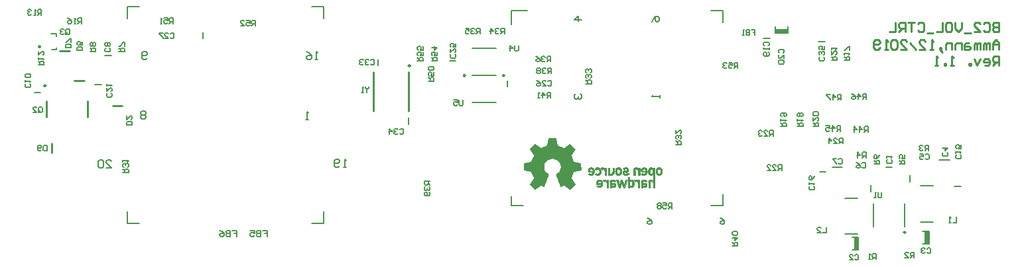
<source format=gbo>
G04 Layer_Color=32896*
%FSLAX24Y24*%
%MOIN*%
G70*
G01*
G75*
%ADD30C,0.0098*%
%ADD59C,0.0100*%
%ADD64C,0.0079*%
%ADD66C,0.0059*%
%ADD108C,0.0005*%
%ADD109C,0.0080*%
%ADD110R,0.0217X0.0630*%
%ADD111R,0.0630X0.0217*%
G36*
X29540Y4195D02*
X29542Y4194D01*
X29542Y4193D01*
X29577Y4170D01*
X29585Y4158D01*
X29586Y4158D01*
Y4199D01*
X29664D01*
Y3813D01*
X29586D01*
Y4045D01*
X29588Y4045D01*
X29588Y4047D01*
X29581Y4082D01*
X29581Y4082D01*
X29580Y4085D01*
X29568Y4104D01*
X29563Y4107D01*
X29563Y4107D01*
X29542Y4121D01*
X29511Y4127D01*
X29511Y4127D01*
X29511Y4127D01*
X29485Y4122D01*
X29485Y4122D01*
X29482Y4122D01*
X29460Y4107D01*
X29404Y4173D01*
X29404Y4174D01*
X29438Y4197D01*
X29442Y4198D01*
X29443Y4197D01*
X29484Y4206D01*
X29484Y4206D01*
X29484Y4205D01*
X29487Y4206D01*
X29540Y4195D01*
D02*
G37*
G36*
X31520Y4200D02*
X31520Y4200D01*
X31553Y4193D01*
X31555Y4192D01*
X31555Y4191D01*
X31596Y4164D01*
X31608Y4147D01*
X31549Y4100D01*
X31540Y4113D01*
X31522Y4125D01*
X31522Y4125D01*
X31502Y4129D01*
X31502Y4129D01*
X31478Y4134D01*
X31477Y4134D01*
X31478Y4132D01*
X31472Y4133D01*
X31444Y4128D01*
Y4128D01*
X31429Y4125D01*
X31420Y4118D01*
X31419Y4119D01*
X31410Y4115D01*
X31405Y4103D01*
X31405Y4103D01*
X31396Y4082D01*
X31397Y4080D01*
X31400Y4039D01*
X31505D01*
X31505Y4042D01*
X31506Y4043D01*
X31558Y4032D01*
X31558Y4032D01*
X31563Y4031D01*
X31595Y4009D01*
X31597Y4007D01*
X31597Y4007D01*
X31620Y3973D01*
X31620Y3970D01*
X31620Y3970D01*
X31629Y3926D01*
X31629Y3925D01*
X31629Y3925D01*
X31629Y3924D01*
X31620Y3878D01*
X31620Y3878D01*
X31619Y3878D01*
X31596Y3844D01*
X31592Y3841D01*
X31592Y3840D01*
X31558Y3817D01*
X31551Y3816D01*
X31551Y3815D01*
X31495Y3804D01*
X31495Y3804D01*
X31493Y3803D01*
X31461Y3810D01*
X31461Y3810D01*
X31434Y3815D01*
X31434Y3816D01*
X31433Y3816D01*
X31412Y3830D01*
X31402Y3846D01*
X31400Y3846D01*
Y3812D01*
X31325D01*
Y4076D01*
X31322Y4076D01*
X31328Y4108D01*
X31328Y4108D01*
X31334Y4136D01*
X31334Y4137D01*
X31335Y4137D01*
X31335Y4137D01*
X31355Y4167D01*
X31368Y4175D01*
X31368Y4175D01*
X31392Y4191D01*
X31418Y4196D01*
X31418Y4198D01*
X31476Y4205D01*
X31481Y4204D01*
X31481Y4206D01*
X31486Y4207D01*
X31520Y4200D01*
D02*
G37*
G36*
X31112Y4195D02*
X31114Y4194D01*
X31114Y4193D01*
X31149Y4170D01*
X31157Y4158D01*
X31158Y4158D01*
Y4199D01*
X31235D01*
Y3813D01*
X31158D01*
Y4045D01*
X31160Y4045D01*
X31160Y4047D01*
X31153Y4082D01*
X31153Y4082D01*
X31152Y4085D01*
X31139Y4104D01*
X31135Y4107D01*
X31135Y4107D01*
X31114Y4121D01*
X31083Y4127D01*
X31083Y4127D01*
X31083Y4127D01*
X31057Y4122D01*
X31057Y4122D01*
X31054Y4122D01*
X31032Y4107D01*
X30976Y4173D01*
X30975Y4174D01*
X31010Y4197D01*
X31014Y4198D01*
X31014Y4197D01*
X31056Y4206D01*
X31056Y4206D01*
X31056Y4205D01*
X31059Y4206D01*
X31112Y4195D01*
D02*
G37*
G36*
X29961Y4556D02*
X29964Y4556D01*
X29965Y4555D01*
X29959Y4525D01*
X29959Y4525D01*
X29953Y4497D01*
X29953Y4497D01*
X29953Y4497D01*
X29929Y4462D01*
X29920Y4456D01*
X29920Y4456D01*
X29880Y4429D01*
X29878Y4428D01*
X29878Y4429D01*
X29832Y4420D01*
X29832Y4420D01*
X29830Y4420D01*
X29777Y4430D01*
X29775Y4432D01*
X29775Y4432D01*
X29740Y4455D01*
X29732Y4467D01*
X29731Y4468D01*
Y4427D01*
X29653D01*
Y4812D01*
X29731D01*
Y4582D01*
X29729Y4582D01*
X29729Y4581D01*
X29736Y4547D01*
X29736Y4547D01*
X29737Y4543D01*
X29752Y4520D01*
X29752Y4520D01*
X29752Y4520D01*
X29776Y4504D01*
X29777Y4504D01*
X29777Y4504D01*
X29806Y4498D01*
X29807Y4498D01*
X29807Y4498D01*
X29808Y4498D01*
X29838Y4504D01*
X29838D01*
X29839Y4504D01*
X29863Y4520D01*
X29863Y4520D01*
X29863Y4520D01*
X29878Y4543D01*
X29879Y4547D01*
X29879Y4547D01*
X29886Y4581D01*
X29885Y4582D01*
X29884Y4812D01*
X29961D01*
Y4556D01*
D02*
G37*
G36*
X29057Y4540D02*
X29057Y4540D01*
X29057Y4540D01*
X29057Y4540D01*
D02*
G37*
G36*
X29950Y4200D02*
X29950Y4200D01*
X29982Y4193D01*
X29985Y4192D01*
X29985Y4191D01*
X30026Y4164D01*
X30037Y4147D01*
X29978Y4100D01*
X29969Y4113D01*
X29952Y4125D01*
X29952Y4125D01*
X29931Y4129D01*
X29931Y4129D01*
X29908Y4134D01*
X29907Y4134D01*
X29907Y4132D01*
X29902Y4133D01*
X29873Y4128D01*
Y4128D01*
X29858Y4125D01*
X29849Y4118D01*
X29849Y4119D01*
X29840Y4115D01*
X29834Y4103D01*
X29834Y4103D01*
X29826Y4082D01*
X29827Y4080D01*
X29830Y4039D01*
X29934D01*
X29934Y4042D01*
X29935Y4043D01*
X29988Y4032D01*
X29987Y4032D01*
X29993Y4031D01*
X30025Y4009D01*
X30026Y4007D01*
X30026Y4007D01*
X30049Y3973D01*
X30050Y3970D01*
X30050Y3970D01*
X30058Y3926D01*
X30058Y3925D01*
X30058Y3925D01*
X30058Y3924D01*
X30049Y3878D01*
X30049Y3878D01*
X30049Y3878D01*
X30026Y3844D01*
X30021Y3841D01*
X30022Y3840D01*
X29987Y3817D01*
X29980Y3816D01*
X29980Y3815D01*
X29924Y3804D01*
X29924Y3804D01*
X29922Y3803D01*
X29890Y3810D01*
X29890Y3810D01*
X29863Y3815D01*
X29863Y3816D01*
X29862Y3816D01*
X29842Y3830D01*
X29831Y3846D01*
X29830Y3846D01*
Y3812D01*
X29755D01*
Y4076D01*
X29751Y4076D01*
X29758Y4108D01*
X29758Y4108D01*
X29763Y4136D01*
X29764Y4137D01*
X29764Y4137D01*
X29764Y4137D01*
X29785Y4167D01*
X29798Y4175D01*
X29798Y4175D01*
X29821Y4191D01*
X29847Y4196D01*
X29847Y4198D01*
X29905Y4205D01*
X29911Y4204D01*
X29911Y4206D01*
X29915Y4207D01*
X29950Y4200D01*
D02*
G37*
G36*
X30493Y3813D02*
X30425D01*
X30344Y4083D01*
X30343D01*
X30262Y3813D01*
X30194D01*
X30071Y4199D01*
X30153D01*
X30227Y3929D01*
X30228D01*
X30315Y4199D01*
X30372D01*
X30459Y3929D01*
X30461D01*
X30534Y4199D01*
X30616D01*
X30493Y3813D01*
D02*
G37*
G36*
X30741Y4161D02*
X30786Y4192D01*
X30786Y4191D01*
X30794Y4197D01*
X30839Y4205D01*
X30840Y4205D01*
X30840Y4206D01*
X30841Y4206D01*
X30873Y4200D01*
X30873Y4200D01*
X30892Y4196D01*
X30902Y4189D01*
X30902Y4189D01*
X30934Y4168D01*
X30944Y4153D01*
X30944Y4153D01*
X30961Y4128D01*
X30965Y4105D01*
X30966Y4105D01*
X30971Y4066D01*
X30970Y4066D01*
X30974Y4011D01*
X30974Y4007D01*
X30974Y4007D01*
X30974Y4002D01*
X30970Y3946D01*
X30971Y3946D01*
X30965Y3907D01*
X30965Y3907D01*
X30961Y3884D01*
X30944Y3858D01*
X30943Y3859D01*
X30933Y3843D01*
X30902Y3822D01*
X30902Y3822D01*
X30892Y3816D01*
X30873Y3812D01*
X30873Y3812D01*
X30841Y3806D01*
X30840Y3806D01*
X30840Y3807D01*
X30839Y3806D01*
X30787Y3817D01*
X30785Y3818D01*
X30785Y3818D01*
X30744Y3846D01*
X30740Y3853D01*
X30741Y3813D01*
X30663D01*
Y4354D01*
X30741D01*
Y4161D01*
D02*
G37*
G36*
X29978Y4100D02*
X29978Y4100D01*
X29978Y4100D01*
X29978Y4100D01*
D02*
G37*
G36*
X29240Y4206D02*
X29240Y4206D01*
X29296Y4195D01*
X29296Y4196D01*
X29297Y4196D01*
X29349Y4161D01*
X29348Y4161D01*
X29356Y4155D01*
X29370Y4134D01*
X29370Y4134D01*
X29385Y4113D01*
X29387Y4100D01*
X29387Y4100D01*
X29392Y4089D01*
X29396Y4057D01*
X29402Y4007D01*
X29402Y4005D01*
X29402Y4005D01*
X29402Y4002D01*
X29396Y3950D01*
X29396Y3950D01*
X29387Y3905D01*
X29386Y3905D01*
X29385Y3897D01*
X29368Y3872D01*
Y3872D01*
X29358Y3857D01*
X29343Y3847D01*
X29343Y3847D01*
X29302Y3819D01*
X29287Y3817D01*
X29287Y3817D01*
X29228Y3805D01*
X29228Y3805D01*
X29228Y3805D01*
X29152Y3820D01*
X29153Y3821D01*
X29151Y3821D01*
X29119Y3842D01*
X29119Y3842D01*
X29097Y3857D01*
X29088Y3870D01*
X29145Y3919D01*
X29144Y3917D01*
X29145Y3915D01*
X29184Y3889D01*
X29184Y3889D01*
X29186Y3888D01*
X29229Y3879D01*
X29230Y3880D01*
X29230Y3880D01*
X29231Y3880D01*
X29267Y3887D01*
X29267Y3887D01*
X29271Y3888D01*
X29296Y3905D01*
X29296Y3905D01*
X29299Y3906D01*
X29315Y3931D01*
X29316Y3935D01*
X29316Y3935D01*
X29324Y3974D01*
X29323Y3977D01*
X29081Y3977D01*
Y4041D01*
X29079Y4041D01*
X29078Y4043D01*
X29091Y4108D01*
X29091Y4108D01*
X29092Y4110D01*
X29123Y4157D01*
X29128Y4160D01*
X29127Y4161D01*
X29178Y4195D01*
X29179Y4195D01*
X29180Y4195D01*
X29239Y4206D01*
X29240Y4206D01*
D02*
G37*
G36*
X31549Y4100D02*
X31548Y4100D01*
X31549Y4100D01*
X31549Y4100D01*
D02*
G37*
G36*
X31125Y4809D02*
X31128Y4807D01*
X31127Y4807D01*
X31162Y4783D01*
X31170Y4771D01*
X31171Y4771D01*
Y4812D01*
X31249D01*
Y4427D01*
X31171D01*
Y4656D01*
X31173Y4656D01*
X31173Y4658D01*
X31167Y4691D01*
X31167Y4691D01*
X31166Y4695D01*
X31151Y4718D01*
X31150Y4718D01*
X31150Y4719D01*
X31126Y4735D01*
X31125Y4735D01*
X31125Y4735D01*
X31096Y4741D01*
X31095Y4740D01*
X31095Y4740D01*
X31094Y4741D01*
X31064Y4735D01*
X31064Y4735D01*
X31064Y4735D01*
X31040Y4719D01*
X31039Y4718D01*
X31039Y4718D01*
X31024Y4695D01*
X31023Y4691D01*
X31023Y4691D01*
X31017Y4658D01*
X31017Y4656D01*
X31019Y4427D01*
X30941D01*
Y4683D01*
X30938Y4683D01*
X30938Y4684D01*
X30944Y4714D01*
X30944Y4714D01*
X30949Y4741D01*
X30949Y4741D01*
X30950Y4741D01*
X30973Y4776D01*
X30983Y4783D01*
X30982Y4783D01*
X31023Y4811D01*
X31024Y4811D01*
X31025Y4810D01*
X31070Y4819D01*
X31070Y4819D01*
X31072Y4819D01*
X31125Y4809D01*
D02*
G37*
G36*
X30614Y4810D02*
X30614Y4810D01*
X30631Y4806D01*
X30660Y4787D01*
X30660Y4787D01*
X30673Y4778D01*
X30692Y4750D01*
X30693Y4750D01*
X30694Y4748D01*
X30704Y4700D01*
X30703Y4698D01*
X30703Y4698D01*
X30703Y4698D01*
X30703Y4698D01*
X30704Y4696D01*
X30695Y4653D01*
X30695Y4653D01*
X30695Y4652D01*
X30675Y4623D01*
X30670Y4620D01*
X30670Y4619D01*
X30637Y4597D01*
X30635Y4597D01*
X30635Y4596D01*
X30590Y4587D01*
X30522Y4582D01*
X30522Y4583D01*
X30501Y4579D01*
X30501Y4579D01*
X30486Y4572D01*
X30486Y4572D01*
X30482Y4570D01*
X30478Y4560D01*
X30478Y4559D01*
X30472Y4545D01*
X30472Y4544D01*
X30472Y4545D01*
X30471Y4544D01*
X30480Y4523D01*
X30480Y4523D01*
X30484Y4512D01*
X30496Y4507D01*
X30496Y4507D01*
X30505Y4501D01*
X30521Y4498D01*
X30521Y4498D01*
X30550Y4492D01*
X30551Y4493D01*
X30551Y4492D01*
X30552Y4492D01*
X30618Y4505D01*
X30618Y4504D01*
X30675Y4542D01*
X30727Y4491D01*
X30728Y4490D01*
X30679Y4452D01*
X30647Y4439D01*
X30647Y4439D01*
X30621Y4428D01*
X30559Y4420D01*
X30557Y4420D01*
X30557Y4421D01*
X30555Y4420D01*
X30495Y4428D01*
X30495Y4430D01*
X30472Y4434D01*
X30444Y4453D01*
X30444Y4453D01*
X30425Y4466D01*
X30409Y4490D01*
X30408Y4490D01*
X30403Y4497D01*
X30395Y4539D01*
X30396Y4541D01*
X30395Y4541D01*
X30395Y4542D01*
X30403Y4583D01*
X30403D01*
X30405Y4592D01*
X30423Y4620D01*
X30423Y4619D01*
X30428Y4627D01*
X30457Y4646D01*
X30457Y4646D01*
X30457Y4647D01*
X30458Y4648D01*
X30481Y4652D01*
X30481Y4652D01*
X30509Y4658D01*
X30573Y4661D01*
X30573Y4660D01*
X30598Y4665D01*
X30598Y4665D01*
X30615Y4672D01*
X30615Y4671D01*
X30616Y4672D01*
X30621Y4685D01*
X30621Y4685D01*
X30626Y4697D01*
X30627Y4697D01*
X30627Y4698D01*
X30614Y4731D01*
X30611Y4732D01*
X30611Y4732D01*
X30589Y4741D01*
X30589Y4740D01*
X30560Y4746D01*
X30558Y4746D01*
X30558Y4746D01*
X30555Y4746D01*
X30501Y4736D01*
X30502Y4733D01*
X30470Y4720D01*
X30454Y4708D01*
X30407Y4764D01*
X30406Y4764D01*
X30438Y4789D01*
X30471Y4802D01*
X30470Y4805D01*
X30511Y4813D01*
X30511Y4813D01*
X30556Y4819D01*
X30558Y4819D01*
X30558Y4820D01*
X30560Y4820D01*
X30614Y4810D01*
D02*
G37*
G36*
X31475Y4819D02*
X31475Y4819D01*
X31531Y4808D01*
X31532Y4809D01*
X31532Y4809D01*
X31584Y4775D01*
X31583Y4774D01*
X31591Y4769D01*
X31605Y4748D01*
X31605Y4748D01*
X31620Y4726D01*
X31622Y4713D01*
X31622Y4713D01*
X31627Y4702D01*
X31631Y4670D01*
X31631D01*
X31637Y4620D01*
X31637Y4618D01*
X31637Y4618D01*
X31637Y4616D01*
X31631Y4564D01*
X31631Y4563D01*
X31622Y4519D01*
X31621Y4519D01*
X31620Y4510D01*
X31603Y4485D01*
X31593Y4471D01*
X31578Y4461D01*
X31578Y4461D01*
X31537Y4433D01*
X31522Y4430D01*
X31522Y4430D01*
X31463Y4419D01*
X31463Y4418D01*
X31463Y4418D01*
X31387Y4433D01*
X31388Y4434D01*
X31386Y4434D01*
X31354Y4455D01*
X31354Y4455D01*
X31332Y4470D01*
X31323Y4484D01*
X31380Y4532D01*
X31379Y4531D01*
X31380Y4529D01*
X31419Y4503D01*
X31419Y4503D01*
X31421Y4501D01*
X31464Y4493D01*
X31465Y4493D01*
X31465Y4493D01*
X31466Y4493D01*
X31502Y4500D01*
X31502Y4500D01*
X31506Y4501D01*
X31532Y4518D01*
X31531Y4518D01*
X31534Y4520D01*
X31550Y4544D01*
X31551Y4548D01*
X31551Y4548D01*
X31559Y4588D01*
X31559Y4590D01*
X31317Y4590D01*
Y4654D01*
X31314Y4654D01*
X31313Y4657D01*
X31326Y4722D01*
X31326Y4722D01*
X31327Y4724D01*
X31358Y4770D01*
X31363Y4774D01*
X31363Y4774D01*
X31413Y4808D01*
X31415Y4808D01*
X31415Y4808D01*
X31474Y4820D01*
X31475Y4819D01*
D02*
G37*
G36*
X29442Y4809D02*
X29444Y4807D01*
X29444Y4807D01*
X29479Y4783D01*
X29487Y4771D01*
X29488Y4771D01*
Y4812D01*
X29566D01*
Y4427D01*
X29488D01*
Y4658D01*
X29490Y4658D01*
X29490Y4661D01*
X29483Y4695D01*
X29483Y4695D01*
X29482Y4698D01*
X29469Y4717D01*
X29465Y4720D01*
X29465Y4720D01*
X29444Y4734D01*
X29413Y4741D01*
X29413Y4741D01*
X29413Y4740D01*
X29387Y4735D01*
X29387Y4736D01*
X29384Y4735D01*
X29362Y4720D01*
X29306Y4787D01*
X29305Y4787D01*
X29340Y4810D01*
X29344Y4811D01*
X29344Y4811D01*
X29386Y4819D01*
X29386Y4819D01*
X29386Y4819D01*
X29389Y4819D01*
X29442Y4809D01*
D02*
G37*
G36*
X32271Y4813D02*
X32271Y4813D01*
X32292Y4808D01*
X32303Y4801D01*
X32303Y4801D01*
X32328Y4785D01*
X32328Y4784D01*
X32345Y4773D01*
X32348Y4768D01*
X32348Y4768D01*
X32377Y4725D01*
X32380Y4713D01*
X32380Y4712D01*
X32387Y4674D01*
X32386Y4674D01*
X32391Y4623D01*
X32391Y4620D01*
X32389Y4620D01*
X32391Y4620D01*
X32391Y4620D01*
X32391D01*
X32391Y4616D01*
X32386Y4565D01*
X32387Y4565D01*
X32380Y4526D01*
X32380Y4526D01*
X32377Y4514D01*
X32348Y4470D01*
X32348Y4470D01*
X32344Y4465D01*
X32328Y4454D01*
X32328Y4454D01*
X32303Y4437D01*
X32303Y4437D01*
X32293Y4431D01*
X32271Y4426D01*
Y4426D01*
X32232Y4418D01*
X32230Y4419D01*
X32230Y4419D01*
X32228Y4418D01*
X32189Y4426D01*
X32189D01*
X32167Y4431D01*
X32157Y4437D01*
X32157Y4437D01*
X32132Y4454D01*
X32132Y4454D01*
X32115Y4465D01*
X32112Y4470D01*
X32111Y4470D01*
X32082Y4514D01*
X32080Y4526D01*
X32080Y4526D01*
X32072Y4565D01*
X32074Y4565D01*
X32068Y4616D01*
X32069Y4620D01*
X32069Y4620D01*
X32069Y4623D01*
X32074Y4674D01*
X32072Y4674D01*
X32080Y4712D01*
X32080Y4713D01*
X32082Y4725D01*
X32111Y4768D01*
X32111Y4768D01*
X32114Y4773D01*
X32132Y4784D01*
X32132Y4785D01*
X32157Y4801D01*
X32157Y4801D01*
X32168Y4808D01*
X32189Y4813D01*
X32189Y4813D01*
X32228Y4820D01*
X32230Y4820D01*
X32230Y4820D01*
X32232Y4820D01*
X32271Y4813D01*
D02*
G37*
G36*
X27062Y6296D02*
X27066Y6285D01*
X27066Y6285D01*
X27132Y5939D01*
X27136Y5928D01*
X27144Y5925D01*
X27434Y5805D01*
X27441Y5802D01*
X27451Y5807D01*
X27451Y5807D01*
X27743Y6005D01*
X27753Y6009D01*
X27768Y6003D01*
X27767Y6002D01*
X28017Y5754D01*
X28023Y5740D01*
X28019Y5729D01*
X28018Y5729D01*
X27821Y5437D01*
X27816Y5427D01*
X27819Y5420D01*
X27939Y5130D01*
X27942Y5123D01*
X27953Y5118D01*
X27953Y5118D01*
X28299Y5052D01*
X28310Y5048D01*
X28316Y5033D01*
X28314D01*
X28316Y4681D01*
X28310Y4666D01*
X28299Y4662D01*
X28299Y4662D01*
X27953Y4596D01*
X27942Y4592D01*
X27939Y4584D01*
X27939D01*
X27819Y4294D01*
X27816Y4287D01*
X27821Y4277D01*
X27821Y4277D01*
X28019Y3985D01*
X28023Y3975D01*
X28017Y3960D01*
X28016Y3961D01*
X27768Y3711D01*
X27753Y3705D01*
X27743Y3709D01*
X27743Y3710D01*
X27451Y3907D01*
X27441Y3912D01*
X27434Y3909D01*
X27301Y3854D01*
X27294Y3851D01*
X27279Y3857D01*
X27276Y3864D01*
X27032Y4463D01*
X27029Y4470D01*
X27035Y4484D01*
X27041Y4487D01*
X27042Y4486D01*
X27077Y4501D01*
X27162Y4566D01*
X27227Y4651D01*
X27268Y4751D01*
X27282Y4857D01*
X27268Y4963D01*
X27227Y5063D01*
X27162Y5148D01*
X27077Y5213D01*
X26977Y5254D01*
X26871Y5268D01*
X26765Y5254D01*
X26665Y5213D01*
X26580Y5148D01*
X26515Y5063D01*
X26474Y4963D01*
X26460Y4857D01*
X26474Y4751D01*
X26515Y4651D01*
X26580Y4566D01*
X26665Y4501D01*
X26700Y4486D01*
X26701Y4487D01*
X26707Y4484D01*
X26713Y4470D01*
X26710Y4463D01*
X26710D01*
X26466Y3864D01*
X26463Y3857D01*
X26448Y3851D01*
X26441Y3854D01*
Y3854D01*
X26308Y3909D01*
X26301Y3912D01*
X26291Y3907D01*
X26291Y3907D01*
X25999Y3709D01*
X25988Y3705D01*
X25974Y3711D01*
X25975Y3712D01*
X25725Y3960D01*
X25719Y3975D01*
X25723Y3985D01*
X25724Y3985D01*
X25921Y4277D01*
X25926Y4287D01*
X25923Y4294D01*
X25803Y4584D01*
X25800Y4592D01*
X25789Y4596D01*
X25789Y4596D01*
X25443Y4662D01*
X25432Y4666D01*
X25426Y4681D01*
X25428D01*
X25426Y5033D01*
X25432Y5048D01*
X25443Y5052D01*
X25443Y5052D01*
X25789Y5118D01*
X25800Y5123D01*
X25803Y5130D01*
Y5130D01*
X25923Y5420D01*
X25926Y5427D01*
X25921Y5437D01*
X25921Y5437D01*
X25723Y5729D01*
X25719Y5740D01*
X25725Y5754D01*
X25726Y5753D01*
X25974Y6003D01*
X25988Y6009D01*
X25999Y6005D01*
X25999Y6004D01*
X26291Y5807D01*
X26301Y5802D01*
X26308Y5805D01*
Y5805D01*
X26598Y5925D01*
X26605Y5928D01*
X26610Y5939D01*
X26609Y5939D01*
X26676Y6285D01*
X26680Y6296D01*
X26695Y6302D01*
Y6300D01*
X27047Y6302D01*
X27062Y6296D01*
D02*
G37*
G36*
X29203Y4807D02*
X29203Y4808D01*
X29208Y4807D01*
X29260Y4772D01*
X29260Y4771D01*
X29269Y4766D01*
X29283Y4744D01*
X29283Y4744D01*
X29299Y4719D01*
X29301Y4710D01*
X29302Y4711D01*
X29310Y4668D01*
X29310Y4668D01*
X29316Y4621D01*
X29316Y4619D01*
X29316Y4619D01*
X29316Y4617D01*
X29310Y4570D01*
X29310Y4570D01*
X29302Y4528D01*
X29301Y4528D01*
X29299Y4519D01*
X29283Y4494D01*
X29283Y4494D01*
X29269Y4473D01*
X29260Y4467D01*
X29260Y4467D01*
X29208Y4432D01*
X29203Y4431D01*
X29203Y4431D01*
X29139Y4419D01*
X29139Y4419D01*
X29139Y4419D01*
X29138Y4419D01*
X29097Y4427D01*
X29097Y4427D01*
X29073Y4432D01*
X29060Y4440D01*
X29059Y4440D01*
X29007Y4475D01*
X28999Y4488D01*
X29057Y4540D01*
X29065Y4527D01*
X29093Y4509D01*
X29093Y4509D01*
X29099Y4505D01*
X29135Y4498D01*
X29136Y4498D01*
X29135Y4498D01*
X29138Y4497D01*
X29180Y4505D01*
X29180Y4506D01*
X29182Y4506D01*
X29207Y4523D01*
X29211Y4529D01*
X29211Y4529D01*
X29227Y4553D01*
X29230Y4567D01*
X29230Y4567D01*
X29240Y4616D01*
X29239Y4619D01*
X29239Y4619D01*
X29240Y4622D01*
X29230Y4672D01*
X29230Y4672D01*
X29227Y4686D01*
X29211Y4709D01*
X29211Y4709D01*
X29207Y4715D01*
X29181Y4732D01*
X29180Y4733D01*
X29180Y4733D01*
X29138Y4741D01*
X29135Y4741D01*
X29136Y4741D01*
X29135Y4741D01*
X29099Y4734D01*
X29093Y4730D01*
X29093Y4730D01*
X29065Y4711D01*
X29057Y4699D01*
X29000Y4750D01*
X28999Y4751D01*
X29007Y4763D01*
X29059Y4799D01*
X29060Y4798D01*
X29073Y4807D01*
X29097Y4812D01*
X29097Y4812D01*
X29138Y4820D01*
X29139Y4820D01*
X29139Y4820D01*
X29139Y4820D01*
X29203Y4807D01*
D02*
G37*
G36*
X30231Y4813D02*
Y4813D01*
X30253Y4808D01*
X30264Y4801D01*
X30264Y4801D01*
X30289Y4785D01*
X30289Y4784D01*
X30306Y4773D01*
X30309Y4768D01*
X30309Y4768D01*
X30338Y4725D01*
X30341Y4713D01*
X30340Y4712D01*
X30348Y4674D01*
X30347Y4674D01*
X30352Y4623D01*
X30351Y4620D01*
X30349Y4620D01*
X30351Y4620D01*
X30351Y4620D01*
X30352D01*
X30352Y4616D01*
X30347Y4565D01*
X30348Y4565D01*
X30340Y4526D01*
X30341Y4526D01*
X30338Y4514D01*
X30309Y4470D01*
X30309Y4470D01*
X30305Y4465D01*
X30289Y4454D01*
X30289Y4454D01*
X30264Y4437D01*
X30264Y4437D01*
X30254Y4431D01*
X30231Y4426D01*
Y4426D01*
X30192Y4418D01*
X30190Y4419D01*
X30190Y4419D01*
X30189Y4418D01*
X30150Y4426D01*
X30150D01*
X30127Y4431D01*
X30117Y4437D01*
X30117Y4437D01*
X30092Y4454D01*
X30092Y4454D01*
X30076Y4465D01*
X30072Y4470D01*
X30072Y4470D01*
X30043Y4514D01*
X30041Y4526D01*
X30041Y4526D01*
X30033Y4565D01*
X30034Y4565D01*
X30029Y4616D01*
X30029Y4620D01*
X30030Y4620D01*
X30029Y4623D01*
X30034Y4674D01*
X30033Y4674D01*
X30041Y4712D01*
X30041Y4713D01*
X30043Y4725D01*
X30072Y4768D01*
X30072Y4768D01*
X30075Y4773D01*
X30092Y4784D01*
X30092Y4785D01*
X30117Y4801D01*
X30117Y4801D01*
X30128Y4808D01*
X30150Y4813D01*
Y4813D01*
X30189Y4820D01*
X30190Y4820D01*
X30190Y4820D01*
X30192Y4820D01*
X30231Y4813D01*
D02*
G37*
G36*
X31823Y4819D02*
X31823Y4819D01*
X31824Y4819D01*
X31875Y4809D01*
X31878Y4807D01*
X31878Y4807D01*
X31918Y4780D01*
X31923Y4772D01*
X31922Y4812D01*
X32000D01*
Y3813D01*
X31922D01*
Y4043D01*
X31924Y4043D01*
X31924Y4045D01*
X31918Y4078D01*
X31918Y4078D01*
X31917Y4082D01*
X31902Y4105D01*
X31902Y4105D01*
X31901Y4105D01*
X31877Y4121D01*
X31877Y4121D01*
X31877Y4121D01*
X31847Y4127D01*
X31846Y4127D01*
X31846Y4127D01*
X31845Y4127D01*
X31815Y4121D01*
X31815Y4121D01*
X31815Y4121D01*
X31791Y4105D01*
X31791Y4105D01*
X31791Y4105D01*
X31775Y4082D01*
X31775Y4078D01*
X31774Y4078D01*
X31768Y4045D01*
X31768Y4043D01*
X31770Y3813D01*
X31692D01*
Y4070D01*
X31689Y4070D01*
X31689Y4070D01*
X31695Y4100D01*
X31695Y4100D01*
X31700Y4128D01*
X31700Y4128D01*
X31701Y4128D01*
X31724Y4163D01*
X31734Y4169D01*
X31733Y4170D01*
X31774Y4197D01*
X31776Y4197D01*
X31776Y4197D01*
X31821Y4206D01*
X31821Y4205D01*
X31823Y4206D01*
X31876Y4195D01*
X31879Y4194D01*
X31878Y4193D01*
X31913Y4170D01*
X31921Y4158D01*
X31922Y4158D01*
X31922Y4464D01*
X31877Y4433D01*
X31877Y4434D01*
X31871Y4429D01*
X31825Y4420D01*
X31823Y4420D01*
X31823Y4420D01*
X31822Y4419D01*
X31790Y4426D01*
Y4426D01*
X31771Y4429D01*
X31762Y4436D01*
X31762Y4436D01*
X31729Y4457D01*
X31719Y4472D01*
X31720Y4472D01*
X31703Y4497D01*
X31698Y4520D01*
X31698Y4520D01*
X31693Y4559D01*
X31693Y4559D01*
X31689Y4614D01*
X31689Y4619D01*
X31689Y4619D01*
X31689Y4624D01*
X31693Y4679D01*
X31693Y4680D01*
X31698Y4718D01*
X31698Y4718D01*
X31703Y4741D01*
X31720Y4767D01*
X31719Y4767D01*
X31729Y4781D01*
X31762Y4803D01*
X31762Y4803D01*
X31772Y4809D01*
X31790Y4813D01*
X31790Y4813D01*
X31822Y4819D01*
X31823Y4819D01*
D02*
G37*
G36*
X28818Y4819D02*
X28818Y4819D01*
X28874Y4808D01*
X28875Y4809D01*
X28875Y4809D01*
X28927Y4775D01*
X28926Y4774D01*
X28934Y4769D01*
X28948Y4748D01*
X28948Y4748D01*
X28963Y4726D01*
X28965Y4713D01*
X28965Y4713D01*
X28970Y4702D01*
X28974Y4670D01*
X28974D01*
X28981Y4620D01*
X28980Y4618D01*
X28980Y4618D01*
X28981Y4616D01*
X28974Y4564D01*
X28974Y4563D01*
X28965Y4519D01*
X28964Y4519D01*
X28963Y4510D01*
X28946Y4485D01*
Y4485D01*
X28936Y4471D01*
X28921Y4461D01*
X28922Y4461D01*
X28880Y4433D01*
X28866Y4430D01*
X28865Y4430D01*
X28806Y4419D01*
X28806Y4418D01*
X28806Y4418D01*
X28730Y4433D01*
X28731Y4434D01*
X28729Y4434D01*
X28697Y4455D01*
X28697Y4455D01*
X28675Y4470D01*
X28666Y4484D01*
X28723Y4532D01*
X28722Y4531D01*
X28723Y4529D01*
X28762Y4503D01*
X28762Y4503D01*
X28764Y4501D01*
X28807Y4493D01*
X28808Y4493D01*
X28808Y4493D01*
X28809Y4493D01*
X28845Y4500D01*
X28845Y4500D01*
X28849Y4501D01*
X28875Y4518D01*
X28874Y4518D01*
X28877Y4520D01*
X28893Y4544D01*
X28894Y4548D01*
X28894Y4548D01*
X28902Y4588D01*
X28902Y4590D01*
X28660Y4590D01*
Y4654D01*
X28657Y4654D01*
X28656Y4657D01*
X28669Y4722D01*
X28669Y4722D01*
X28670Y4724D01*
X28701Y4770D01*
X28706Y4774D01*
X28706Y4774D01*
X28756Y4808D01*
X28758Y4808D01*
X28758Y4808D01*
X28817Y4820D01*
X28818Y4819D01*
D02*
G37*
%LPC*%
G36*
X31491Y3978D02*
X31400Y3976D01*
Y3947D01*
X31399Y3947D01*
X31398Y3944D01*
X31405Y3912D01*
X31405Y3912D01*
X31410Y3899D01*
X31410Y3900D01*
X31413Y3893D01*
X31418Y3891D01*
X31418Y3892D01*
X31426Y3886D01*
X31445Y3883D01*
X31445Y3883D01*
X31479Y3876D01*
X31485Y3877D01*
X31485Y3878D01*
X31487Y3878D01*
X31517Y3884D01*
X31518Y3883D01*
X31541Y3893D01*
X31540Y3894D01*
X31546Y3896D01*
X31552Y3911D01*
X31552Y3911D01*
X31559Y3929D01*
X31559Y3929D01*
X31559Y3929D01*
X31560Y3931D01*
X31552Y3949D01*
X31552Y3949D01*
X31547Y3961D01*
X31541Y3964D01*
X31540Y3963D01*
X31530Y3970D01*
X31520Y3972D01*
X31520Y3972D01*
X31491Y3978D01*
D02*
G37*
G36*
X29920D02*
X29830Y3976D01*
Y3947D01*
X29828Y3947D01*
X29827Y3944D01*
X29834Y3912D01*
X29834Y3912D01*
X29839Y3899D01*
X29839Y3900D01*
X29842Y3893D01*
X29847Y3891D01*
X29848Y3892D01*
X29856Y3886D01*
X29874Y3883D01*
X29874Y3883D01*
X29908Y3876D01*
X29915Y3877D01*
X29914Y3878D01*
X29917Y3878D01*
X29947Y3884D01*
X29947Y3883D01*
X29970Y3893D01*
X29970Y3894D01*
X29975Y3896D01*
X29981Y3911D01*
X29981Y3911D01*
X29989Y3929D01*
X29989Y3929D01*
X29988Y3929D01*
X29989Y3931D01*
X29982Y3949D01*
X29982Y3949D01*
X29977Y3961D01*
X29970Y3964D01*
X29970Y3963D01*
X29959Y3970D01*
X29949Y3972D01*
X29949Y3972D01*
X29920Y3978D01*
D02*
G37*
G36*
X30818Y4128D02*
X30816Y4128D01*
X30816Y4128D01*
X30815Y4128D01*
X30792Y4123D01*
X30792Y4123D01*
X30781Y4121D01*
X30773Y4116D01*
X30773Y4116D01*
X30761Y4112D01*
X30751Y4087D01*
X30749Y4087D01*
X30748Y4084D01*
X30738Y4007D01*
X30738Y4007D01*
X30738Y4007D01*
X30738Y4005D01*
X30748Y3927D01*
X30749Y3925D01*
X30751Y3925D01*
X30761Y3900D01*
X30773Y3895D01*
X30773Y3896D01*
X30781Y3891D01*
X30792Y3889D01*
X30792Y3889D01*
X30815Y3884D01*
X30816Y3884D01*
X30816Y3884D01*
X30818Y3884D01*
X30841Y3888D01*
Y3888D01*
X30854Y3891D01*
X30860Y3895D01*
X30861Y3895D01*
X30873Y3900D01*
X30883Y3923D01*
X30884Y3923D01*
X30886Y3926D01*
X30896Y4003D01*
X30895Y4007D01*
X30895Y4007D01*
X30896Y4009D01*
X30886Y4085D01*
X30884Y4089D01*
X30883Y4088D01*
X30873Y4111D01*
X30861Y4117D01*
X30860Y4117D01*
X30854Y4121D01*
X30841Y4123D01*
Y4123D01*
X30818Y4128D01*
D02*
G37*
%LPD*%
G36*
X30816Y4128D02*
X30816Y4126D01*
X30816Y4128D01*
X30816Y4128D01*
D02*
G37*
%LPC*%
G36*
X29241Y4132D02*
X29240Y4132D01*
X29240Y4132D01*
X29239Y4132D01*
X29208Y4126D01*
X29208Y4126D01*
X29208Y4126D01*
X29183Y4109D01*
X29182Y4108D01*
X29182Y4108D01*
X29166Y4083D01*
X29165Y4079D01*
X29165Y4079D01*
X29157Y4041D01*
X29321Y4041D01*
X29324Y4041D01*
X29316Y4079D01*
X29316Y4079D01*
X29315Y4084D01*
X29298Y4108D01*
X29298Y4108D01*
X29298Y4109D01*
X29273Y4126D01*
X29272Y4126D01*
X29272Y4126D01*
X29241Y4132D01*
D02*
G37*
G36*
X31476Y4745D02*
X31475Y4745D01*
X31475Y4745D01*
X31474Y4745D01*
X31443Y4739D01*
X31443Y4739D01*
X31443Y4739D01*
X31418Y4722D01*
X31418Y4721D01*
X31418Y4721D01*
X31401Y4697D01*
X31400Y4693D01*
X31400Y4693D01*
X31392Y4654D01*
X31557Y4654D01*
X31559Y4654D01*
X31551Y4693D01*
X31551Y4693D01*
X31550Y4697D01*
X31533Y4721D01*
X31533Y4721D01*
X31533Y4722D01*
X31508Y4739D01*
X31507Y4739D01*
X31507Y4739D01*
X31476Y4745D01*
D02*
G37*
G36*
X32232Y4741D02*
X32230Y4740D01*
X32230Y4740D01*
X32230Y4740D01*
X32230Y4740D01*
X32228Y4741D01*
X32193Y4734D01*
X32193Y4733D01*
X32193Y4733D01*
X32173Y4720D01*
X32167Y4711D01*
X32167Y4711D01*
X32155Y4693D01*
X32152Y4678D01*
X32153Y4678D01*
X32148Y4655D01*
X32148Y4655D01*
X32144Y4622D01*
X32144Y4619D01*
X32144D01*
X32144Y4619D01*
X32148Y4619D01*
X32144Y4619D01*
X32144Y4616D01*
X32148Y4583D01*
X32148Y4583D01*
X32153Y4560D01*
X32152Y4560D01*
X32155Y4546D01*
X32167Y4528D01*
X32167Y4528D01*
X32173Y4519D01*
X32193Y4506D01*
X32193Y4505D01*
X32193Y4505D01*
X32228Y4498D01*
X32230Y4498D01*
X32230Y4498D01*
X32230Y4498D01*
X32230Y4498D01*
X32232Y4498D01*
X32266Y4505D01*
X32267Y4505D01*
X32267Y4506D01*
X32286Y4518D01*
X32292Y4528D01*
X32292Y4528D01*
X32304Y4546D01*
X32307Y4560D01*
X32307Y4560D01*
X32312Y4584D01*
X32310Y4584D01*
X32314Y4617D01*
X32313Y4620D01*
X32313Y4620D01*
X32314Y4623D01*
X32310Y4655D01*
X32312Y4655D01*
X32307Y4678D01*
X32307Y4678D01*
X32304Y4693D01*
X32292Y4711D01*
X32292Y4711D01*
X32286Y4720D01*
X32267Y4733D01*
X32267Y4733D01*
X32266Y4734D01*
X32232Y4741D01*
D02*
G37*
G36*
X30192Y4741D02*
X30190Y4740D01*
X30190Y4740D01*
X30190Y4740D01*
X30190Y4740D01*
X30188Y4741D01*
X30154Y4734D01*
X30153Y4733D01*
X30153Y4733D01*
X30134Y4720D01*
X30128Y4711D01*
X30128Y4711D01*
X30116Y4693D01*
X30113Y4678D01*
X30113Y4678D01*
X30109Y4655D01*
X30109Y4655D01*
X30105Y4622D01*
X30105Y4619D01*
X30105D01*
X30105Y4619D01*
X30109Y4619D01*
X30105Y4619D01*
X30105Y4616D01*
X30109Y4583D01*
X30109Y4583D01*
X30113Y4560D01*
X30113Y4560D01*
X30116Y4546D01*
X30128Y4528D01*
X30128Y4528D01*
X30134Y4519D01*
X30153Y4506D01*
X30153Y4505D01*
X30154Y4505D01*
X30188Y4498D01*
X30190Y4498D01*
X30190Y4498D01*
X30190Y4498D01*
X30190Y4498D01*
X30192Y4498D01*
X30227Y4505D01*
X30228Y4505D01*
X30228Y4506D01*
X30246Y4518D01*
X30253Y4528D01*
X30253Y4528D01*
X30265Y4546D01*
X30268Y4560D01*
X30268Y4560D01*
X30272Y4584D01*
X30271Y4584D01*
X30274Y4617D01*
X30274Y4620D01*
X30274Y4620D01*
X30274Y4623D01*
X30271Y4655D01*
X30272Y4655D01*
X30268Y4678D01*
X30268Y4678D01*
X30265Y4693D01*
X30253Y4711D01*
X30253Y4711D01*
X30246Y4720D01*
X30228Y4733D01*
X30228Y4733D01*
X30227Y4734D01*
X30192Y4741D01*
D02*
G37*
G36*
X31845Y4741D02*
X31822Y4737D01*
X31822Y4737D01*
X31809Y4734D01*
X31803Y4730D01*
X31802Y4730D01*
X31790Y4725D01*
X31780Y4701D01*
X31779Y4702D01*
X31777Y4699D01*
X31767Y4622D01*
X31768Y4619D01*
X31768Y4619D01*
X31767Y4616D01*
X31777Y4540D01*
X31779Y4536D01*
X31780Y4537D01*
X31790Y4514D01*
X31802Y4509D01*
X31803Y4509D01*
X31809Y4504D01*
X31822Y4502D01*
Y4502D01*
X31845Y4497D01*
X31846Y4497D01*
X31846Y4497D01*
X31846Y4497D01*
X31846Y4499D01*
X31846Y4497D01*
X31848Y4497D01*
X31871Y4502D01*
X31871Y4502D01*
X31883Y4504D01*
X31890Y4509D01*
X31890Y4509D01*
X31902Y4514D01*
X31912Y4538D01*
X31914Y4538D01*
X31915Y4540D01*
X31925Y4618D01*
X31925Y4619D01*
X31925Y4619D01*
X31925Y4620D01*
X31915Y4699D01*
X31914Y4701D01*
X31912Y4700D01*
X31902Y4725D01*
X31890Y4730D01*
X31890Y4729D01*
X31883Y4734D01*
X31871Y4737D01*
X31871Y4737D01*
X31848Y4741D01*
X31846Y4741D01*
X31846Y4741D01*
X31845Y4741D01*
D02*
G37*
G36*
X31922Y4468D02*
Y4464D01*
X31925Y4465D01*
X31922Y4468D01*
D02*
G37*
G36*
X28819Y4745D02*
X28818Y4745D01*
X28818Y4745D01*
X28817Y4745D01*
X28787Y4739D01*
X28786Y4739D01*
X28786Y4739D01*
X28761Y4722D01*
X28761Y4721D01*
X28761Y4721D01*
X28744Y4697D01*
X28743Y4693D01*
X28743Y4693D01*
X28735Y4654D01*
X28900Y4654D01*
X28902Y4654D01*
X28894Y4693D01*
X28894Y4693D01*
X28893Y4697D01*
X28877Y4721D01*
X28877Y4721D01*
X28876Y4722D01*
X28851Y4739D01*
X28850Y4739D01*
X28850Y4739D01*
X28819Y4745D01*
D02*
G37*
%LPD*%
D30*
X19724Y9961D02*
G03*
X19724Y9961I-49J0D01*
G01*
X22490Y9469D02*
G03*
X22490Y9469I-49J0D01*
G01*
X24459Y9469D02*
G03*
X24459Y9469I-49J0D01*
G01*
X1132Y10925D02*
G03*
X1132Y10925I-49J0D01*
G01*
X44616Y1555D02*
G03*
X44616Y1555I-49J0D01*
G01*
X1411Y8951D02*
G03*
X1411Y8951I-49J0D01*
G01*
D59*
X17864Y7657D02*
Y9626D01*
X19636Y7657D02*
Y9626D01*
X2112Y10691D02*
X2587D01*
X4750Y7955D02*
X5225D01*
X2846Y9211D02*
X3321D01*
X1691Y5577D02*
Y6052D01*
X1436Y7382D02*
Y8169D01*
X3486Y7382D02*
Y8169D01*
X49309Y12146D02*
Y11674D01*
X49073D01*
X48995Y11753D01*
Y11832D01*
X49073Y11910D01*
X49309D01*
X49073D01*
X48995Y11989D01*
Y12068D01*
X49073Y12146D01*
X49309D01*
X48522Y12068D02*
X48601Y12146D01*
X48758D01*
X48837Y12068D01*
Y11753D01*
X48758Y11674D01*
X48601D01*
X48522Y11753D01*
X48050Y11674D02*
X48365D01*
X48050Y11989D01*
Y12068D01*
X48129Y12146D01*
X48286D01*
X48365Y12068D01*
X47893Y11595D02*
X47578D01*
X47420Y12146D02*
Y11832D01*
X47263Y11674D01*
X47105Y11832D01*
Y12146D01*
X46712D02*
X46869D01*
X46948Y12068D01*
Y11753D01*
X46869Y11674D01*
X46712D01*
X46633Y11753D01*
Y12068D01*
X46712Y12146D01*
X46476D02*
Y11674D01*
X46161D01*
X46003Y11595D02*
X45689D01*
X45216Y12068D02*
X45295Y12146D01*
X45452D01*
X45531Y12068D01*
Y11753D01*
X45452Y11674D01*
X45295D01*
X45216Y11753D01*
X45059Y12146D02*
X44744D01*
X44901D01*
Y11674D01*
X44587D02*
Y12146D01*
X44350D01*
X44272Y12068D01*
Y11910D01*
X44350Y11832D01*
X44587D01*
X44429D02*
X44272Y11674D01*
X44114Y12146D02*
Y11674D01*
X43799D01*
X49309Y10789D02*
Y11104D01*
X49152Y11261D01*
X48995Y11104D01*
Y10789D01*
Y11025D01*
X49309D01*
X48837Y10789D02*
Y11104D01*
X48758D01*
X48680Y11025D01*
Y10789D01*
Y11025D01*
X48601Y11104D01*
X48522Y11025D01*
Y10789D01*
X48365D02*
Y11104D01*
X48286D01*
X48207Y11025D01*
Y10789D01*
Y11025D01*
X48129Y11104D01*
X48050Y11025D01*
Y10789D01*
X47814Y11104D02*
X47656D01*
X47578Y11025D01*
Y10789D01*
X47814D01*
X47893Y10867D01*
X47814Y10946D01*
X47578D01*
X47420Y10789D02*
Y11104D01*
X47184D01*
X47105Y11025D01*
Y10789D01*
X46948D02*
Y11104D01*
X46712D01*
X46633Y11025D01*
Y10789D01*
X46397Y10710D02*
X46318Y10789D01*
Y10867D01*
X46397D01*
Y10789D01*
X46318D01*
X46397Y10710D01*
X46476Y10631D01*
X46003Y10789D02*
X45846D01*
X45925D01*
Y11261D01*
X46003Y11182D01*
X45295Y10789D02*
X45610D01*
X45295Y11104D01*
Y11182D01*
X45374Y11261D01*
X45531D01*
X45610Y11182D01*
X45138Y10789D02*
X44823Y11104D01*
X44350Y10789D02*
X44665D01*
X44350Y11104D01*
Y11182D01*
X44429Y11261D01*
X44587D01*
X44665Y11182D01*
X44193D02*
X44114Y11261D01*
X43957D01*
X43878Y11182D01*
Y10867D01*
X43957Y10789D01*
X44114D01*
X44193Y10867D01*
Y11182D01*
X43721Y10789D02*
X43563D01*
X43642D01*
Y11261D01*
X43721Y11182D01*
X43327Y10867D02*
X43248Y10789D01*
X43091D01*
X43012Y10867D01*
Y11182D01*
X43091Y11261D01*
X43248D01*
X43327Y11182D01*
Y11104D01*
X43248Y11025D01*
X43012D01*
X49309Y9982D02*
Y10454D01*
X49073D01*
X48995Y10375D01*
Y10218D01*
X49073Y10139D01*
X49309D01*
X49152D02*
X48995Y9982D01*
X48601D02*
X48758D01*
X48837Y10061D01*
Y10218D01*
X48758Y10297D01*
X48601D01*
X48522Y10218D01*
Y10139D01*
X48837D01*
X48365Y10297D02*
X48207Y9982D01*
X48050Y10297D01*
X47893Y9982D02*
Y10061D01*
X47814D01*
Y9982D01*
X47893D01*
X47027D02*
X46869D01*
X46948D01*
Y10454D01*
X47027Y10375D01*
X46633Y9982D02*
Y10061D01*
X46554D01*
Y9982D01*
X46633D01*
X46240D02*
X46082D01*
X46161D01*
Y10454D01*
X46240Y10375D01*
D64*
X4370Y10472D02*
X4685D01*
X42244Y669D02*
Y1299D01*
X41929Y669D02*
X42244D01*
X41929Y1299D02*
X42244D01*
X45787Y984D02*
Y1614D01*
X45472Y984D02*
X45787D01*
X45472Y1614D02*
X45787D01*
X46309Y5217D02*
X46821D01*
X40925Y4843D02*
X41437D01*
X40236Y11181D02*
X40551D01*
X43622Y4843D02*
X43937D01*
X44843Y4114D02*
Y4429D01*
X42874Y3622D02*
Y3937D01*
X827Y8622D02*
X1142D01*
X47077Y3858D02*
X47392D01*
X40295Y4606D02*
X40610D01*
X37480Y11339D02*
X37795D01*
X3878Y8996D02*
X4193D01*
X21693Y10197D02*
X22008D01*
X24606Y8898D02*
Y9213D01*
X9291Y11339D02*
Y11654D01*
X18110Y9961D02*
Y10276D01*
X19646Y7008D02*
Y7323D01*
X15354Y12343D02*
Y12933D01*
X14764D02*
X15354D01*
X5512Y12343D02*
Y12933D01*
X6102D01*
X5512Y2008D02*
X6102D01*
X5512D02*
Y2598D01*
X14764Y2008D02*
X15354D01*
Y2598D01*
X22835Y10846D02*
X24016D01*
X22835Y9469D02*
X24016D01*
X22835Y8091D02*
X24016D01*
X22835Y9469D02*
X24016D01*
X45354Y3898D02*
X45984D01*
X45354Y2087D02*
X45984D01*
X41575Y3268D02*
X42205D01*
X41575Y1457D02*
X42205D01*
X1698Y10761D02*
X1929D01*
Y10880D01*
X1673Y11561D02*
X1929D01*
Y11431D02*
Y11561D01*
X42992Y1831D02*
Y3012D01*
X44567Y1831D02*
Y3012D01*
X38701Y11614D02*
Y11929D01*
X38071Y11614D02*
Y11929D01*
Y11614D02*
X38701D01*
X24803Y2894D02*
X25394D01*
X24803D02*
Y3386D01*
X34843Y2894D02*
X35433D01*
Y3484D01*
X34843Y12736D02*
X35433D01*
Y12146D02*
Y12736D01*
X24803Y12047D02*
Y12736D01*
X25591D01*
X10774Y1653D02*
X10984D01*
Y1496D01*
X10879D01*
X10984D01*
Y1339D01*
X10669Y1653D02*
Y1339D01*
X10512D01*
X10459Y1391D01*
Y1444D01*
X10512Y1496D01*
X10669D01*
X10512D01*
X10459Y1548D01*
Y1601D01*
X10512Y1653D01*
X10669D01*
X10145D02*
X10250Y1601D01*
X10355Y1496D01*
Y1391D01*
X10302Y1339D01*
X10197D01*
X10145Y1391D01*
Y1444D01*
X10197Y1496D01*
X10355D01*
X12310Y1653D02*
X12520D01*
Y1496D01*
X12415D01*
X12520D01*
Y1339D01*
X12205Y1653D02*
Y1339D01*
X12047D01*
X11995Y1391D01*
Y1444D01*
X12047Y1496D01*
X12205D01*
X12047D01*
X11995Y1548D01*
Y1601D01*
X12047Y1653D01*
X12205D01*
X11680D02*
X11890D01*
Y1496D01*
X11785Y1548D01*
X11733D01*
X11680Y1496D01*
Y1391D01*
X11733Y1339D01*
X11837D01*
X11890Y1391D01*
X16496Y4843D02*
X16365D01*
X16430D01*
Y5236D01*
X16496Y5171D01*
X16168Y4908D02*
X16102Y4843D01*
X15971D01*
X15906Y4908D01*
Y5171D01*
X15971Y5236D01*
X16102D01*
X16168Y5171D01*
Y5105D01*
X16102Y5039D01*
X15906D01*
X4423Y4803D02*
X4685D01*
X4423Y5066D01*
Y5131D01*
X4488Y5197D01*
X4619D01*
X4685Y5131D01*
X4291D02*
X4226Y5197D01*
X4095D01*
X4029Y5131D01*
Y4869D01*
X4095Y4803D01*
X4226D01*
X4291Y4869D01*
Y5131D01*
X14606Y7244D02*
X14475D01*
X14541D01*
Y7638D01*
X14606Y7572D01*
X6181Y7349D02*
X6247Y7284D01*
X6378D01*
X6443Y7349D01*
Y7415D01*
X6378Y7480D01*
X6443Y7546D01*
Y7612D01*
X6378Y7677D01*
X6247D01*
X6181Y7612D01*
Y7546D01*
X6247Y7480D01*
X6181Y7415D01*
Y7349D01*
X6247Y7480D02*
X6378D01*
X6496Y10341D02*
X6430Y10276D01*
X6299D01*
X6234Y10341D01*
Y10604D01*
X6299Y10669D01*
X6430D01*
X6496Y10604D01*
Y10538D01*
X6430Y10472D01*
X6234D01*
X15079Y10276D02*
X14948D01*
X15013D01*
Y10669D01*
X15079Y10604D01*
X14488Y10669D02*
X14620Y10604D01*
X14751Y10472D01*
Y10341D01*
X14685Y10276D01*
X14554D01*
X14488Y10341D01*
Y10407D01*
X14554Y10472D01*
X14751D01*
X31851Y12179D02*
X31916Y12310D01*
X32047Y12441D01*
X32178D01*
X32244Y12375D01*
Y12244D01*
X32178Y12179D01*
X32113D01*
X32047Y12244D01*
Y12441D01*
X32267Y8468D02*
Y8337D01*
Y8403D01*
X31873D01*
X31939Y8468D01*
X28346Y12284D02*
X27953D01*
X28150Y12480D01*
Y12218D01*
X28018Y8543D02*
X27953Y8478D01*
Y8347D01*
X28018Y8281D01*
X28084D01*
X28150Y8347D01*
Y8412D01*
Y8347D01*
X28215Y8281D01*
X28281D01*
X28346Y8347D01*
Y8478D01*
X28281Y8543D01*
D66*
X20079Y10197D02*
X20354D01*
Y10335D01*
X20308Y10381D01*
X20216D01*
X20171Y10335D01*
Y10197D01*
Y10289D02*
X20079Y10381D01*
X20354Y10656D02*
Y10472D01*
X20216D01*
X20262Y10564D01*
Y10610D01*
X20216Y10656D01*
X20125D01*
X20079Y10610D01*
Y10518D01*
X20125Y10472D01*
X20354Y10932D02*
Y10748D01*
X20216D01*
X20262Y10840D01*
Y10886D01*
X20216Y10932D01*
X20125D01*
X20079Y10886D01*
Y10794D01*
X20125Y10748D01*
X20787Y10197D02*
X21063D01*
Y10335D01*
X21017Y10381D01*
X20925D01*
X20879Y10335D01*
Y10197D01*
Y10289D02*
X20787Y10381D01*
X21063Y10656D02*
Y10472D01*
X20925D01*
X20971Y10564D01*
Y10610D01*
X20925Y10656D01*
X20833D01*
X20787Y10610D01*
Y10518D01*
X20833Y10472D01*
X20787Y10886D02*
X21063D01*
X20925Y10748D01*
Y10932D01*
X20630Y9173D02*
X20905D01*
Y9311D01*
X20860Y9357D01*
X20768D01*
X20722Y9311D01*
Y9173D01*
Y9265D02*
X20630Y9357D01*
X20905Y9632D02*
Y9449D01*
X20768D01*
X20814Y9541D01*
Y9586D01*
X20768Y9632D01*
X20676D01*
X20630Y9586D01*
Y9495D01*
X20676Y9449D01*
X20860Y9724D02*
X20905Y9770D01*
Y9862D01*
X20860Y9908D01*
X20676D01*
X20630Y9862D01*
Y9770D01*
X20676Y9724D01*
X20860D01*
X4600Y10853D02*
X4646Y10807D01*
Y10715D01*
X4600Y10669D01*
X4416D01*
X4370Y10715D01*
Y10807D01*
X4416Y10853D01*
X4600Y10945D02*
X4646Y10991D01*
Y11083D01*
X4600Y11128D01*
X4554D01*
X4508Y11083D01*
X4462Y11128D01*
X4416D01*
X4370Y11083D01*
Y10991D01*
X4416Y10945D01*
X4462D01*
X4508Y10991D01*
X4554Y10945D01*
X4600D01*
X4508Y10991D02*
Y11083D01*
X33071Y5984D02*
X33346D01*
Y6122D01*
X33300Y6168D01*
X33209D01*
X33163Y6122D01*
Y5984D01*
Y6076D02*
X33071Y6168D01*
X33300Y6260D02*
X33346Y6306D01*
Y6398D01*
X33300Y6443D01*
X33255D01*
X33209Y6398D01*
Y6352D01*
Y6398D01*
X33163Y6443D01*
X33117D01*
X33071Y6398D01*
Y6306D01*
X33117Y6260D01*
X33071Y6719D02*
Y6535D01*
X33255Y6719D01*
X33300D01*
X33346Y6673D01*
Y6581D01*
X33300Y6535D01*
X43406Y3573D02*
Y3343D01*
X43360Y3297D01*
X43268D01*
X43222Y3343D01*
Y3573D01*
X43130Y3297D02*
X43038D01*
X43084D01*
Y3573D01*
X43130Y3527D01*
X43130Y197D02*
Y472D01*
X42992D01*
X42946Y426D01*
Y335D01*
X42992Y289D01*
X43130D01*
X43038D02*
X42946Y197D01*
X42854D02*
X42763D01*
X42808D01*
Y472D01*
X42854Y426D01*
X17638Y8898D02*
Y8852D01*
X17546Y8760D01*
X17454Y8852D01*
Y8898D01*
X17546Y8760D02*
Y8622D01*
X17362D02*
X17270D01*
X17316D01*
Y8898D01*
X17362Y8852D01*
X22362Y8228D02*
Y7999D01*
X22316Y7953D01*
X22224D01*
X22179Y7999D01*
Y8228D01*
X21903D02*
X22087D01*
Y8091D01*
X21995Y8136D01*
X21949D01*
X21903Y8091D01*
Y7999D01*
X21949Y7953D01*
X22041D01*
X22087Y7999D01*
X25157Y10984D02*
Y10755D01*
X25112Y10709D01*
X25020D01*
X24974Y10755D01*
Y10984D01*
X24744Y10709D02*
Y10984D01*
X24882Y10846D01*
X24698D01*
X41378Y8228D02*
Y8504D01*
X41240D01*
X41194Y8458D01*
Y8366D01*
X41240Y8320D01*
X41378D01*
X41286D02*
X41194Y8228D01*
X40965D02*
Y8504D01*
X41102Y8366D01*
X40919D01*
X40827Y8504D02*
X40643D01*
Y8458D01*
X40827Y8274D01*
Y8228D01*
X42638Y8268D02*
Y8543D01*
X42500D01*
X42454Y8497D01*
Y8405D01*
X42500Y8360D01*
X42638D01*
X42546D02*
X42454Y8268D01*
X42225D02*
Y8543D01*
X42362Y8405D01*
X42179D01*
X41903Y8543D02*
X41995Y8497D01*
X42087Y8405D01*
Y8314D01*
X42041Y8268D01*
X41949D01*
X41903Y8314D01*
Y8360D01*
X41949Y8405D01*
X42087D01*
X41339Y6654D02*
Y6929D01*
X41201D01*
X41155Y6883D01*
Y6791D01*
X41201Y6745D01*
X41339D01*
X41247D02*
X41155Y6654D01*
X40925D02*
Y6929D01*
X41063Y6791D01*
X40879D01*
X40604Y6929D02*
X40788D01*
Y6791D01*
X40696Y6837D01*
X40650D01*
X40604Y6791D01*
Y6699D01*
X40650Y6654D01*
X40742D01*
X40788Y6699D01*
X42717Y6614D02*
Y6890D01*
X42579D01*
X42533Y6844D01*
Y6752D01*
X42579Y6706D01*
X42717D01*
X42625D02*
X42533Y6614D01*
X42303D02*
Y6890D01*
X42441Y6752D01*
X42257D01*
X42028Y6614D02*
Y6890D01*
X42166Y6752D01*
X41982D01*
X26772Y8346D02*
Y8622D01*
X26634D01*
X26588Y8576D01*
Y8484D01*
X26634Y8438D01*
X26772D01*
X26680D02*
X26588Y8346D01*
X26358D02*
Y8622D01*
X26496Y8484D01*
X26312D01*
X26221Y8346D02*
X26129D01*
X26175D01*
Y8622D01*
X26221Y8576D01*
X20709Y4134D02*
X20433D01*
Y3996D01*
X20479Y3950D01*
X20571D01*
X20617Y3996D01*
Y4134D01*
Y4042D02*
X20709Y3950D01*
X20479Y3858D02*
X20433Y3812D01*
Y3721D01*
X20479Y3675D01*
X20525D01*
X20571Y3721D01*
Y3767D01*
Y3721D01*
X20617Y3675D01*
X20663D01*
X20709Y3721D01*
Y3812D01*
X20663Y3858D01*
Y3583D02*
X20709Y3537D01*
Y3445D01*
X20663Y3399D01*
X20479D01*
X20433Y3445D01*
Y3537D01*
X20479Y3583D01*
X20525D01*
X20571Y3537D01*
Y3399D01*
X26811Y9567D02*
Y9842D01*
X26673D01*
X26627Y9797D01*
Y9705D01*
X26673Y9659D01*
X26811D01*
X26719D02*
X26627Y9567D01*
X26536Y9797D02*
X26490Y9842D01*
X26398D01*
X26352Y9797D01*
Y9751D01*
X26398Y9705D01*
X26444D01*
X26398D01*
X26352Y9659D01*
Y9613D01*
X26398Y9567D01*
X26490D01*
X26536Y9613D01*
X26260Y9797D02*
X26214Y9842D01*
X26122D01*
X26076Y9797D01*
Y9751D01*
X26122Y9705D01*
X26076Y9659D01*
Y9613D01*
X26122Y9567D01*
X26214D01*
X26260Y9613D01*
Y9659D01*
X26214Y9705D01*
X26260Y9751D01*
Y9797D01*
X26214Y9705D02*
X26122D01*
X26772Y10157D02*
Y10433D01*
X26634D01*
X26588Y10387D01*
Y10295D01*
X26634Y10249D01*
X26772D01*
X26680D02*
X26588Y10157D01*
X26496Y10387D02*
X26450Y10433D01*
X26358D01*
X26312Y10387D01*
Y10341D01*
X26358Y10295D01*
X26404D01*
X26358D01*
X26312Y10249D01*
Y10203D01*
X26358Y10157D01*
X26450D01*
X26496Y10203D01*
X26037Y10433D02*
X26129Y10387D01*
X26221Y10295D01*
Y10203D01*
X26175Y10157D01*
X26083D01*
X26037Y10203D01*
Y10249D01*
X26083Y10295D01*
X26221D01*
X23228Y11575D02*
Y11850D01*
X23091D01*
X23045Y11804D01*
Y11713D01*
X23091Y11667D01*
X23228D01*
X23137D02*
X23045Y11575D01*
X22953Y11804D02*
X22907Y11850D01*
X22815D01*
X22769Y11804D01*
Y11758D01*
X22815Y11713D01*
X22861D01*
X22815D01*
X22769Y11667D01*
Y11621D01*
X22815Y11575D01*
X22907D01*
X22953Y11621D01*
X22494Y11850D02*
X22677D01*
Y11713D01*
X22586Y11758D01*
X22540D01*
X22494Y11713D01*
Y11621D01*
X22540Y11575D01*
X22631D01*
X22677Y11621D01*
X24449Y11575D02*
Y11850D01*
X24311D01*
X24265Y11804D01*
Y11713D01*
X24311Y11667D01*
X24449D01*
X24357D02*
X24265Y11575D01*
X24173Y11804D02*
X24127Y11850D01*
X24036D01*
X23990Y11804D01*
Y11758D01*
X24036Y11713D01*
X24081D01*
X24036D01*
X23990Y11667D01*
Y11621D01*
X24036Y11575D01*
X24127D01*
X24173Y11621D01*
X23760Y11575D02*
Y11850D01*
X23898Y11713D01*
X23714D01*
X28543Y9055D02*
X28819D01*
Y9193D01*
X28773Y9239D01*
X28681D01*
X28635Y9193D01*
Y9055D01*
Y9147D02*
X28543Y9239D01*
X28773Y9331D02*
X28819Y9377D01*
Y9468D01*
X28773Y9514D01*
X28727D01*
X28681Y9468D01*
Y9422D01*
Y9468D01*
X28635Y9514D01*
X28589D01*
X28543Y9468D01*
Y9377D01*
X28589Y9331D01*
X28773Y9606D02*
X28819Y9652D01*
Y9744D01*
X28773Y9790D01*
X28727D01*
X28681Y9744D01*
Y9698D01*
Y9744D01*
X28635Y9790D01*
X28589D01*
X28543Y9744D01*
Y9652D01*
X28589Y9606D01*
X5276Y4567D02*
X5551D01*
Y4705D01*
X5505Y4751D01*
X5413D01*
X5367Y4705D01*
Y4567D01*
Y4659D02*
X5276Y4751D01*
X5505Y4842D02*
X5551Y4888D01*
Y4980D01*
X5505Y5026D01*
X5459D01*
X5413Y4980D01*
Y4934D01*
Y4980D01*
X5367Y5026D01*
X5322D01*
X5276Y4980D01*
Y4888D01*
X5322Y4842D01*
X5276Y5118D02*
Y5210D01*
Y5164D01*
X5551D01*
X5505Y5118D01*
X41457Y6024D02*
Y6299D01*
X41319D01*
X41273Y6253D01*
Y6161D01*
X41319Y6115D01*
X41457D01*
X41365D02*
X41273Y6024D01*
X40998D02*
X41181D01*
X40998Y6207D01*
Y6253D01*
X41043Y6299D01*
X41135D01*
X41181Y6253D01*
X40768Y6024D02*
Y6299D01*
X40906Y6161D01*
X40722D01*
X37953Y6417D02*
Y6693D01*
X37815D01*
X37769Y6647D01*
Y6555D01*
X37815Y6509D01*
X37953D01*
X37861D02*
X37769Y6417D01*
X37494D02*
X37677D01*
X37494Y6601D01*
Y6647D01*
X37540Y6693D01*
X37631D01*
X37677Y6647D01*
X37402D02*
X37356Y6693D01*
X37264D01*
X37218Y6647D01*
Y6601D01*
X37264Y6555D01*
X37310D01*
X37264D01*
X37218Y6509D01*
Y6463D01*
X37264Y6417D01*
X37356D01*
X37402Y6463D01*
X38386Y4685D02*
Y4961D01*
X38248D01*
X38202Y4915D01*
Y4823D01*
X38248Y4777D01*
X38386D01*
X38294D02*
X38202Y4685D01*
X37927D02*
X38110D01*
X37927Y4869D01*
Y4915D01*
X37973Y4961D01*
X38064D01*
X38110Y4915D01*
X37651Y4685D02*
X37835D01*
X37651Y4869D01*
Y4915D01*
X37697Y4961D01*
X37789D01*
X37835Y4915D01*
X40886Y10236D02*
X41161D01*
Y10374D01*
X41115Y10420D01*
X41024D01*
X40978Y10374D01*
Y10236D01*
Y10328D02*
X40886Y10420D01*
Y10695D02*
Y10512D01*
X41069Y10695D01*
X41115D01*
X41161Y10649D01*
Y10558D01*
X41115Y10512D01*
X40886Y10787D02*
Y10879D01*
Y10833D01*
X41161D01*
X41115Y10787D01*
X39961Y6890D02*
X40236D01*
Y7028D01*
X40190Y7073D01*
X40098D01*
X40052Y7028D01*
Y6890D01*
Y6982D02*
X39961Y7073D01*
Y7349D02*
Y7165D01*
X40144Y7349D01*
X40190D01*
X40236Y7303D01*
Y7211D01*
X40190Y7165D01*
Y7441D02*
X40236Y7487D01*
Y7579D01*
X40190Y7624D01*
X40007D01*
X39961Y7579D01*
Y7487D01*
X40007Y7441D01*
X40190D01*
X38346Y6890D02*
X38622D01*
Y7028D01*
X38576Y7073D01*
X38484D01*
X38438Y7028D01*
Y6890D01*
Y6982D02*
X38346Y7073D01*
Y7165D02*
Y7257D01*
Y7211D01*
X38622D01*
X38576Y7165D01*
X38392Y7395D02*
X38346Y7441D01*
Y7533D01*
X38392Y7579D01*
X38576D01*
X38622Y7533D01*
Y7441D01*
X38576Y7395D01*
X38530D01*
X38484Y7441D01*
Y7579D01*
X39173Y6890D02*
X39449D01*
Y7028D01*
X39403Y7073D01*
X39311D01*
X39265Y7028D01*
Y6890D01*
Y6982D02*
X39173Y7073D01*
Y7165D02*
Y7257D01*
Y7211D01*
X39449D01*
X39403Y7165D01*
Y7395D02*
X39449Y7441D01*
Y7533D01*
X39403Y7579D01*
X39357D01*
X39311Y7533D01*
X39265Y7579D01*
X39219D01*
X39173Y7533D01*
Y7441D01*
X39219Y7395D01*
X39265D01*
X39311Y7441D01*
X39357Y7395D01*
X39403D01*
X39311Y7441D02*
Y7533D01*
X41535Y10236D02*
X41811D01*
Y10374D01*
X41765Y10420D01*
X41673D01*
X41627Y10374D01*
Y10236D01*
Y10328D02*
X41535Y10420D01*
Y10512D02*
Y10604D01*
Y10558D01*
X41811D01*
X41765Y10512D01*
X41811Y10741D02*
Y10925D01*
X41765D01*
X41581Y10741D01*
X41535D01*
X3189Y12087D02*
Y12362D01*
X3051D01*
X3005Y12316D01*
Y12224D01*
X3051Y12178D01*
X3189D01*
X3097D02*
X3005Y12087D01*
X2913D02*
X2822D01*
X2868D01*
Y12362D01*
X2913Y12316D01*
X2500Y12362D02*
X2592Y12316D01*
X2684Y12224D01*
Y12133D01*
X2638Y12087D01*
X2546D01*
X2500Y12133D01*
Y12178D01*
X2546Y12224D01*
X2684D01*
X1181Y12520D02*
Y12795D01*
X1043D01*
X997Y12749D01*
Y12657D01*
X1043Y12612D01*
X1181D01*
X1089D02*
X997Y12520D01*
X906D02*
X814D01*
X860D01*
Y12795D01*
X906Y12749D01*
X676D02*
X630Y12795D01*
X538D01*
X492Y12749D01*
Y12703D01*
X538Y12657D01*
X584D01*
X538D01*
X492Y12612D01*
Y12566D01*
X538Y12520D01*
X630D01*
X676Y12566D01*
X1024Y10000D02*
X1299D01*
Y10138D01*
X1253Y10184D01*
X1161D01*
X1115Y10138D01*
Y10000D01*
Y10092D02*
X1024Y10184D01*
Y10275D02*
Y10367D01*
Y10321D01*
X1299D01*
X1253Y10275D01*
X1024Y10689D02*
Y10505D01*
X1207Y10689D01*
X1253D01*
X1299Y10643D01*
Y10551D01*
X1253Y10505D01*
X3622Y10669D02*
X3898D01*
Y10807D01*
X3852Y10853D01*
X3760D01*
X3714Y10807D01*
Y10669D01*
Y10761D02*
X3622Y10853D01*
X3852Y10945D02*
X3898Y10991D01*
Y11083D01*
X3852Y11128D01*
X3806D01*
X3760Y11083D01*
X3714Y11128D01*
X3668D01*
X3622Y11083D01*
Y10991D01*
X3668Y10945D01*
X3714D01*
X3760Y10991D01*
X3806Y10945D01*
X3852D01*
X3760Y10991D02*
Y11083D01*
X5079Y10669D02*
X5354D01*
Y10807D01*
X5308Y10853D01*
X5216D01*
X5171Y10807D01*
Y10669D01*
Y10761D02*
X5079Y10853D01*
X5354Y10945D02*
Y11128D01*
X5308D01*
X5125Y10945D01*
X5079D01*
X43032Y5000D02*
X43307D01*
Y5138D01*
X43261Y5184D01*
X43169D01*
X43123Y5138D01*
Y5000D01*
Y5092D02*
X43032Y5184D01*
X43307Y5459D02*
X43261Y5367D01*
X43169Y5275D01*
X43077D01*
X43032Y5321D01*
Y5413D01*
X43077Y5459D01*
X43123D01*
X43169Y5413D01*
Y5275D01*
X44291Y5000D02*
X44567D01*
Y5138D01*
X44521Y5184D01*
X44429D01*
X44383Y5138D01*
Y5000D01*
Y5092D02*
X44291Y5184D01*
X44567Y5459D02*
Y5275D01*
X44429D01*
X44475Y5367D01*
Y5413D01*
X44429Y5459D01*
X44337D01*
X44291Y5413D01*
Y5321D01*
X44337Y5275D01*
X42618Y5315D02*
Y5590D01*
X42480D01*
X42434Y5545D01*
Y5453D01*
X42480Y5407D01*
X42618D01*
X42526D02*
X42434Y5315D01*
X42205D02*
Y5590D01*
X42343Y5453D01*
X42159D01*
X45768Y5679D02*
Y5955D01*
X45630D01*
X45584Y5909D01*
Y5817D01*
X45630Y5771D01*
X45768D01*
X45676D02*
X45584Y5679D01*
X45492Y5909D02*
X45446Y5955D01*
X45354D01*
X45309Y5909D01*
Y5863D01*
X45354Y5817D01*
X45400D01*
X45354D01*
X45309Y5771D01*
Y5725D01*
X45354Y5679D01*
X45446D01*
X45492Y5725D01*
X45039Y276D02*
Y551D01*
X44902D01*
X44856Y505D01*
Y413D01*
X44902Y367D01*
X45039D01*
X44948D02*
X44856Y276D01*
X44580D02*
X44764D01*
X44580Y459D01*
Y505D01*
X44626Y551D01*
X44718D01*
X44764Y505D01*
X2415Y11581D02*
Y11765D01*
X2461Y11811D01*
X2553D01*
X2598Y11765D01*
Y11581D01*
X2553Y11535D01*
X2461D01*
X2507Y11627D02*
X2415Y11535D01*
X2461D02*
X2415Y11581D01*
X2323Y11765D02*
X2277Y11811D01*
X2185D01*
X2139Y11765D01*
Y11719D01*
X2185Y11673D01*
X2231D01*
X2185D01*
X2139Y11627D01*
Y11581D01*
X2185Y11535D01*
X2277D01*
X2323Y11581D01*
X1037Y7644D02*
Y7828D01*
X1083Y7874D01*
X1175D01*
X1220Y7828D01*
Y7644D01*
X1175Y7598D01*
X1083D01*
X1129Y7690D02*
X1037Y7598D01*
X1083D02*
X1037Y7644D01*
X761Y7598D02*
X945D01*
X761Y7782D01*
Y7828D01*
X807Y7874D01*
X899D01*
X945Y7828D01*
X40630Y1811D02*
Y1535D01*
X40446D01*
X40171D02*
X40354D01*
X40171Y1719D01*
Y1765D01*
X40217Y1811D01*
X40308D01*
X40354Y1765D01*
X47165Y2323D02*
Y2047D01*
X46982D01*
X46890D02*
X46798D01*
X46844D01*
Y2323D01*
X46890Y2277D01*
X36864Y11772D02*
X37047D01*
Y11634D01*
X36955D01*
X37047D01*
Y11496D01*
X36772Y11772D02*
Y11496D01*
X36634D01*
X36588Y11542D01*
Y11588D01*
X36634Y11634D01*
X36772D01*
X36634D01*
X36588Y11680D01*
Y11726D01*
X36634Y11772D01*
X36772D01*
X36496Y11496D02*
X36404D01*
X36450D01*
Y11772D01*
X36496Y11726D01*
X1457Y5945D02*
Y5669D01*
X1319D01*
X1273Y5715D01*
Y5899D01*
X1319Y5945D01*
X1457D01*
X1181Y5715D02*
X1135Y5669D01*
X1043D01*
X998Y5715D01*
Y5899D01*
X1043Y5945D01*
X1135D01*
X1181Y5899D01*
Y5853D01*
X1135Y5807D01*
X998D01*
X3248Y10728D02*
X2972D01*
Y10866D01*
X3018Y10912D01*
X3202D01*
X3248Y10866D01*
Y10728D01*
Y11188D02*
Y11004D01*
X3110D01*
X3156Y11096D01*
Y11142D01*
X3110Y11188D01*
X3018D01*
X2972Y11142D01*
Y11050D01*
X3018Y11004D01*
X5748Y6969D02*
X5472D01*
Y7106D01*
X5518Y7152D01*
X5702D01*
X5748Y7106D01*
Y6969D01*
X5472Y7428D02*
Y7244D01*
X5656Y7428D01*
X5702D01*
X5748Y7382D01*
Y7290D01*
X5702Y7244D01*
X19186Y6726D02*
X19232Y6772D01*
X19324D01*
X19370Y6726D01*
Y6542D01*
X19324Y6496D01*
X19232D01*
X19186Y6542D01*
X19095Y6726D02*
X19049Y6772D01*
X18957D01*
X18911Y6726D01*
Y6680D01*
X18957Y6634D01*
X19003D01*
X18957D01*
X18911Y6588D01*
Y6542D01*
X18957Y6496D01*
X19049D01*
X19095Y6542D01*
X18681Y6496D02*
Y6772D01*
X18819Y6634D01*
X18635D01*
X17730Y10230D02*
X17776Y10275D01*
X17867D01*
X17913Y10230D01*
Y10046D01*
X17867Y10000D01*
X17776D01*
X17730Y10046D01*
X17638Y10230D02*
X17592Y10275D01*
X17500D01*
X17454Y10230D01*
Y10184D01*
X17500Y10138D01*
X17546D01*
X17500D01*
X17454Y10092D01*
Y10046D01*
X17500Y10000D01*
X17592D01*
X17638Y10046D01*
X17362Y10230D02*
X17316Y10275D01*
X17225D01*
X17179Y10230D01*
Y10184D01*
X17225Y10138D01*
X17271D01*
X17225D01*
X17179Y10092D01*
Y10046D01*
X17225Y10000D01*
X17316D01*
X17362Y10046D01*
X7651Y11568D02*
X7697Y11614D01*
X7789D01*
X7835Y11568D01*
Y11385D01*
X7789Y11339D01*
X7697D01*
X7651Y11385D01*
X7375Y11339D02*
X7559D01*
X7375Y11522D01*
Y11568D01*
X7421Y11614D01*
X7513D01*
X7559Y11568D01*
X7284Y11614D02*
X7100D01*
Y11568D01*
X7284Y11385D01*
Y11339D01*
X26627Y9167D02*
X26673Y9213D01*
X26765D01*
X26811Y9167D01*
Y8983D01*
X26765Y8937D01*
X26673D01*
X26627Y8983D01*
X26352Y8937D02*
X26536D01*
X26352Y9121D01*
Y9167D01*
X26398Y9213D01*
X26490D01*
X26536Y9167D01*
X26076Y9213D02*
X26168Y9167D01*
X26260Y9075D01*
Y8983D01*
X26214Y8937D01*
X26122D01*
X26076Y8983D01*
Y9029D01*
X26122Y9075D01*
X26260D01*
X21962Y10538D02*
X22008Y10492D01*
Y10400D01*
X21962Y10354D01*
X21778D01*
X21732Y10400D01*
Y10492D01*
X21778Y10538D01*
X21732Y10813D02*
Y10630D01*
X21916Y10813D01*
X21962D01*
X22008Y10768D01*
Y10676D01*
X21962Y10630D01*
X22008Y11089D02*
Y10905D01*
X21870D01*
X21916Y10997D01*
Y11043D01*
X21870Y11089D01*
X21778D01*
X21732Y11043D01*
Y10951D01*
X21778Y10905D01*
X4678Y8569D02*
X4724Y8524D01*
Y8432D01*
X4678Y8386D01*
X4495D01*
X4449Y8432D01*
Y8524D01*
X4495Y8569D01*
X4449Y8845D02*
Y8661D01*
X4632Y8845D01*
X4678D01*
X4724Y8799D01*
Y8707D01*
X4678Y8661D01*
X4449Y8937D02*
Y9029D01*
Y8983D01*
X4724D01*
X4678Y8937D01*
X38274Y10604D02*
X38228Y10650D01*
Y10741D01*
X38274Y10787D01*
X38458D01*
X38504Y10741D01*
Y10650D01*
X38458Y10604D01*
X38504Y10328D02*
Y10512D01*
X38320Y10328D01*
X38274D01*
X38228Y10374D01*
Y10466D01*
X38274Y10512D01*
Y10236D02*
X38228Y10190D01*
Y10099D01*
X38274Y10053D01*
X38458D01*
X38504Y10099D01*
Y10190D01*
X38458Y10236D01*
X38274D01*
X37526Y10958D02*
X37480Y11004D01*
Y11096D01*
X37526Y11142D01*
X37710D01*
X37756Y11096D01*
Y11004D01*
X37710Y10958D01*
X37756Y10866D02*
Y10774D01*
Y10820D01*
X37480D01*
X37526Y10866D01*
X37710Y10637D02*
X37756Y10591D01*
Y10499D01*
X37710Y10453D01*
X37526D01*
X37480Y10499D01*
Y10591D01*
X37526Y10637D01*
X37572D01*
X37618Y10591D01*
Y10453D01*
X39993Y3884D02*
X40039Y3839D01*
Y3747D01*
X39993Y3701D01*
X39810D01*
X39764Y3747D01*
Y3839D01*
X39810Y3884D01*
X39764Y3976D02*
Y4068D01*
Y4022D01*
X40039D01*
X39993Y3976D01*
X40039Y4390D02*
X39993Y4298D01*
X39902Y4206D01*
X39810D01*
X39764Y4252D01*
Y4344D01*
X39810Y4390D01*
X39856D01*
X39902Y4344D01*
Y4206D01*
X47365Y5459D02*
X47411Y5413D01*
Y5322D01*
X47365Y5276D01*
X47182D01*
X47136Y5322D01*
Y5413D01*
X47182Y5459D01*
X47136Y5551D02*
Y5643D01*
Y5597D01*
X47411D01*
X47365Y5551D01*
X47411Y5964D02*
Y5781D01*
X47274D01*
X47319Y5873D01*
Y5918D01*
X47274Y5964D01*
X47182D01*
X47136Y5918D01*
Y5827D01*
X47182Y5781D01*
X584Y9042D02*
X630Y8996D01*
Y8904D01*
X584Y8858D01*
X400D01*
X354Y8904D01*
Y8996D01*
X400Y9042D01*
X354Y9134D02*
Y9226D01*
Y9180D01*
X630D01*
X584Y9134D01*
Y9363D02*
X630Y9409D01*
Y9501D01*
X584Y9547D01*
X400D01*
X354Y9501D01*
Y9409D01*
X400Y9363D01*
X584D01*
X41234Y5230D02*
X41280Y5275D01*
X41371D01*
X41417Y5230D01*
Y5046D01*
X41371Y5000D01*
X41280D01*
X41234Y5046D01*
X41142Y5275D02*
X40958D01*
Y5230D01*
X41142Y5046D01*
Y5000D01*
X42415Y5033D02*
X42461Y5079D01*
X42553D01*
X42598Y5033D01*
Y4849D01*
X42553Y4803D01*
X42461D01*
X42415Y4849D01*
X42139Y5079D02*
X42231Y5033D01*
X42323Y4941D01*
Y4849D01*
X42277Y4803D01*
X42185D01*
X42139Y4849D01*
Y4895D01*
X42185Y4941D01*
X42323D01*
X45604Y5466D02*
X45650Y5512D01*
X45741D01*
X45787Y5466D01*
Y5282D01*
X45741Y5236D01*
X45650D01*
X45604Y5282D01*
X45328Y5512D02*
X45512D01*
Y5374D01*
X45420Y5420D01*
X45374D01*
X45328Y5374D01*
Y5282D01*
X45374Y5236D01*
X45466D01*
X45512Y5282D01*
X46696Y5577D02*
X46742Y5531D01*
Y5440D01*
X46696Y5394D01*
X46512D01*
X46467Y5440D01*
Y5531D01*
X46512Y5577D01*
X46467Y5807D02*
X46742D01*
X46604Y5669D01*
Y5853D01*
X45682Y722D02*
X45728Y768D01*
X45820D01*
X45866Y722D01*
Y538D01*
X45820Y492D01*
X45728D01*
X45682Y538D01*
X45591Y722D02*
X45545Y768D01*
X45453D01*
X45407Y722D01*
Y676D01*
X45453Y630D01*
X45499D01*
X45453D01*
X45407Y584D01*
Y538D01*
X45453Y492D01*
X45545D01*
X45591Y538D01*
X42060Y387D02*
X42106Y433D01*
X42198D01*
X42244Y387D01*
Y203D01*
X42198Y157D01*
X42106D01*
X42060Y203D01*
X41785Y157D02*
X41969D01*
X41785Y341D01*
Y387D01*
X41831Y433D01*
X41923D01*
X41969Y387D01*
X43891Y5223D02*
X43937Y5177D01*
Y5085D01*
X43891Y5039D01*
X43707D01*
X43661Y5085D01*
Y5177D01*
X43707Y5223D01*
X43661Y5315D02*
Y5407D01*
Y5361D01*
X43937D01*
X43891Y5315D01*
X40485Y10400D02*
X40531Y10354D01*
Y10262D01*
X40485Y10217D01*
X40302D01*
X40256Y10262D01*
Y10354D01*
X40302Y10400D01*
X40485Y10492D02*
X40531Y10538D01*
Y10630D01*
X40485Y10676D01*
X40440D01*
X40394Y10630D01*
Y10584D01*
Y10630D01*
X40348Y10676D01*
X40302D01*
X40256Y10630D01*
Y10538D01*
X40302Y10492D01*
X40531Y10951D02*
Y10768D01*
X40394D01*
X40440Y10859D01*
Y10905D01*
X40394Y10951D01*
X40302D01*
X40256Y10905D01*
Y10813D01*
X40302Y10768D01*
X2677Y10866D02*
X2402D01*
Y11004D01*
X2447Y11050D01*
X2631D01*
X2677Y11004D01*
Y10866D01*
Y11142D02*
Y11325D01*
X2631D01*
X2447Y11142D01*
X2402D01*
X7795Y12087D02*
Y12362D01*
X7658D01*
X7612Y12316D01*
Y12224D01*
X7658Y12178D01*
X7795D01*
X7703D02*
X7612Y12087D01*
X7336Y12362D02*
X7520D01*
Y12224D01*
X7428Y12270D01*
X7382D01*
X7336Y12224D01*
Y12133D01*
X7382Y12087D01*
X7474D01*
X7520Y12133D01*
X7244Y12087D02*
X7152D01*
X7198D01*
Y12362D01*
X7244Y12316D01*
X11929Y11968D02*
Y12244D01*
X11791D01*
X11745Y12198D01*
Y12106D01*
X11791Y12060D01*
X11929D01*
X11837D02*
X11745Y11968D01*
X11470Y12244D02*
X11654D01*
Y12106D01*
X11562Y12152D01*
X11516D01*
X11470Y12106D01*
Y12014D01*
X11516Y11968D01*
X11608D01*
X11654Y12014D01*
X11194Y11968D02*
X11378D01*
X11194Y12152D01*
Y12198D01*
X11240Y12244D01*
X11332D01*
X11378Y12198D01*
X36181Y9843D02*
Y10118D01*
X36043D01*
X35997Y10072D01*
Y9980D01*
X36043Y9934D01*
X36181D01*
X36089D02*
X35997Y9843D01*
X35722Y10118D02*
X35906D01*
Y9980D01*
X35814Y10026D01*
X35768D01*
X35722Y9980D01*
Y9888D01*
X35768Y9843D01*
X35860D01*
X35906Y9888D01*
X35630Y10072D02*
X35584Y10118D01*
X35492D01*
X35446Y10072D01*
Y10026D01*
X35492Y9980D01*
X35538D01*
X35492D01*
X35446Y9934D01*
Y9888D01*
X35492Y9843D01*
X35584D01*
X35630Y9888D01*
X35906Y866D02*
X36181D01*
Y1004D01*
X36135Y1050D01*
X36043D01*
X35997Y1004D01*
Y866D01*
Y958D02*
X35906Y1050D01*
Y1279D02*
X36181D01*
X36043Y1142D01*
Y1325D01*
X36135Y1417D02*
X36181Y1463D01*
Y1555D01*
X36135Y1601D01*
X35951D01*
X35906Y1555D01*
Y1463D01*
X35951Y1417D01*
X36135D01*
X32874Y2756D02*
Y3031D01*
X32736D01*
X32690Y2985D01*
Y2894D01*
X32736Y2848D01*
X32874D01*
X32782D02*
X32690Y2756D01*
X32415Y3031D02*
X32599D01*
Y2894D01*
X32507Y2940D01*
X32461D01*
X32415Y2894D01*
Y2802D01*
X32461Y2756D01*
X32553D01*
X32599Y2802D01*
X32323Y2985D02*
X32277Y3031D01*
X32185D01*
X32139Y2985D01*
Y2940D01*
X32185Y2894D01*
X32139Y2848D01*
Y2802D01*
X32185Y2756D01*
X32277D01*
X32323Y2802D01*
Y2848D01*
X32277Y2894D01*
X32323Y2940D01*
Y2985D01*
X32277Y2894D02*
X32185D01*
D108*
X29585Y4158D02*
G03*
X29542Y4192I-91J-71D01*
G01*
X29542D02*
G03*
X29484Y4203I-55J-125D01*
G01*
Y4203D02*
G03*
X29443Y4196I-0J-118D01*
G01*
Y4196D02*
G03*
X29404Y4173I52J-137D01*
G01*
X29485Y4121D02*
G03*
X29460Y4107I36J-94D01*
G01*
X29511Y4126D02*
G03*
X29485Y4121I0J-74D01*
G01*
X29563Y4107D02*
G03*
X29511Y4126I-52J-60D01*
G01*
X29580Y4082D02*
G03*
X29563Y4107I-55J-20D01*
G01*
X29586Y4045D02*
G03*
X29580Y4082I-104J2D01*
G01*
X30841Y4123D02*
G03*
X30816Y4126I-23J-116D01*
G01*
X30860Y4116D02*
G03*
X30841Y4123I-32J-58D01*
G01*
X30882Y4088D02*
G03*
X30860Y4116I-44J-12D01*
G01*
X30893Y4007D02*
G03*
X30882Y4088I-290J3D01*
G01*
Y3924D02*
G03*
X30893Y4007I-284J80D01*
G01*
X30860Y3895D02*
G03*
X30882Y3924I-22J40D01*
G01*
X30841Y3888D02*
G03*
X30860Y3895I-13J65D01*
G01*
X30816Y3886D02*
G03*
X30841Y3888I1J119D01*
G01*
X30792Y3889D02*
G03*
X30816Y3886I23J108D01*
G01*
X30773Y3896D02*
G03*
X30792Y3889I32J55D01*
G01*
X30752Y3925D02*
G03*
X30773Y3896I46J12D01*
G01*
X30741Y4007D02*
G03*
X30752Y3925I300J-1D01*
G01*
X30752Y4087D02*
G03*
X30741Y4007I284J-80D01*
G01*
X30773Y4116D02*
G03*
X30752Y4087I25J-41D01*
G01*
X30792Y4123D02*
G03*
X30773Y4116I13J-62D01*
G01*
X30816Y4126D02*
G03*
X30792Y4123I-1J-111D01*
G01*
X31550Y4548D02*
G03*
X31557Y4590I-116J39D01*
G01*
X31531Y4519D02*
G03*
X31550Y4548I-50J54D01*
G01*
X31501Y4501D02*
G03*
X31531Y4519I-29J81D01*
G01*
X31465Y4495D02*
G03*
X31501Y4501I1J107D01*
G01*
X31420Y4504D02*
G03*
X31465Y4495I44J101D01*
G01*
X31380Y4532D02*
G03*
X31420Y4504I92J89D01*
G01*
X31324Y4484D02*
G03*
X31355Y4456I142J120D01*
G01*
D02*
G03*
X31389Y4437I90J121D01*
G01*
X31389D02*
G03*
X31463Y4422I74J186D01*
G01*
X31463D02*
G03*
X31522Y4432I-0J183D01*
G01*
Y4432D02*
G03*
X31578Y4461I-73J214D01*
G01*
Y4461D02*
G03*
X31603Y4485I-56J81D01*
G01*
Y4485D02*
G03*
X31620Y4519I-113J79D01*
G01*
X31620D02*
G03*
X31631Y4564I-216J74D01*
G01*
X31631D02*
G03*
X31634Y4618I-388J52D01*
G01*
X31634Y4618D02*
G03*
X31631Y4670I-390J2D01*
G01*
Y4670D02*
G03*
X31621Y4713I-239J-30D01*
G01*
Y4713D02*
G03*
X31605Y4748I-146J-47D01*
G01*
D02*
G03*
X31583Y4774I-95J-60D01*
G01*
X31583Y4774D02*
G03*
X31530Y4806I-127J-148D01*
G01*
Y4806D02*
G03*
X31475Y4817I-55J-136D01*
G01*
X31475D02*
G03*
X31416Y4806I-1J-160D01*
G01*
X31416Y4806D02*
G03*
X31364Y4773I62J-154D01*
G01*
X31364Y4773D02*
G03*
X31328Y4721I95J-104D01*
G01*
D02*
G03*
X31317Y4654I167J-64D01*
G01*
X32389Y4620D02*
G03*
X32386Y4674I-525J4D01*
G01*
X32386D02*
G03*
X32379Y4712I-195J-17D01*
G01*
D02*
G03*
X32347Y4767I-141J-46D01*
G01*
Y4767D02*
G03*
X32328Y4784I-103J-95D01*
G01*
D02*
G03*
X32303Y4801I-135J-180D01*
G01*
Y4801D02*
G03*
X32271Y4813I-55J-100D01*
G01*
D02*
G03*
X32230Y4817I-39J-189D01*
G01*
Y4817D02*
G03*
X32189Y4813I-2J-189D01*
G01*
Y4813D02*
G03*
X32157Y4801I24J-113D01*
G01*
Y4801D02*
G03*
X32132Y4784I111J-199D01*
G01*
D02*
G03*
X32113Y4767I85J-114D01*
G01*
X32113D02*
G03*
X32081Y4712I109J-100D01*
G01*
X32081Y4712D02*
G03*
X32074Y4674I189J-55D01*
G01*
X32074Y4674D02*
G03*
X32071Y4620I528J-51D01*
G01*
D02*
G03*
X32074Y4565I547J-4D01*
G01*
D02*
G03*
X32081Y4526I197J17D01*
G01*
X32081D02*
G03*
X32113Y4471I141J45D01*
G01*
Y4471D02*
G03*
X32132Y4454I100J91D01*
G01*
X32132Y4454D02*
G03*
X32157Y4438I126J170D01*
G01*
Y4438D02*
G03*
X32189Y4426I56J103D01*
G01*
X32189D02*
G03*
X32230Y4422I39J190D01*
G01*
X32230D02*
G03*
X32271Y4426I2J198D01*
G01*
X32271Y4426D02*
G03*
X32303Y4438I-23J114D01*
G01*
Y4438D02*
G03*
X32328Y4454I-100J183D01*
G01*
X32328Y4454D02*
G03*
X32347Y4471I-80J106D01*
G01*
X32347Y4471D02*
G03*
X32379Y4526I-109J100D01*
G01*
D02*
G03*
X32386Y4565I-188J55D01*
G01*
X32386D02*
G03*
X32389Y4620I-539J51D01*
G01*
X30349D02*
G03*
X30347Y4674I-525J4D01*
G01*
D02*
G03*
X30340Y4712I-195J-17D01*
G01*
X30340Y4712D02*
G03*
X30308Y4767I-141J-46D01*
G01*
X30308D02*
G03*
X30289Y4784I-103J-95D01*
G01*
X30289D02*
G03*
X30264Y4801I-135J-180D01*
G01*
X30264Y4801D02*
G03*
X30231Y4813I-55J-100D01*
G01*
X30231D02*
G03*
X30190Y4817I-39J-189D01*
G01*
X30190D02*
G03*
X30150Y4813I-2J-189D01*
G01*
Y4813D02*
G03*
X30118Y4801I24J-113D01*
G01*
X30118Y4801D02*
G03*
X30092Y4784I111J-199D01*
G01*
Y4784D02*
G03*
X30073Y4767I85J-114D01*
G01*
D02*
G03*
X30041Y4712I109J-100D01*
G01*
X30041D02*
G03*
X30034Y4674I189J-55D01*
G01*
X30034Y4674D02*
G03*
X30032Y4620I528J-51D01*
G01*
X30032D02*
G03*
X30034Y4565I547J-4D01*
G01*
X30034Y4565D02*
G03*
X30041Y4526I197J17D01*
G01*
X30041D02*
G03*
X30073Y4471I141J45D01*
G01*
X30073Y4471D02*
G03*
X30092Y4454I100J91D01*
G01*
X30092D02*
G03*
X30118Y4438I126J170D01*
G01*
Y4438D02*
G03*
X30150Y4426I56J103D01*
G01*
X30150Y4426D02*
G03*
X30190Y4422I39J190D01*
G01*
Y4422D02*
G03*
X30231Y4426I2J197D01*
G01*
Y4426D02*
G03*
X30264Y4438I-23J114D01*
G01*
Y4438D02*
G03*
X30289Y4454I-100J183D01*
G01*
Y4454D02*
G03*
X30308Y4471I-80J106D01*
G01*
D02*
G03*
X30340Y4526I-109J100D01*
G01*
D02*
G03*
X30347Y4565I-188J55D01*
G01*
X30347Y4565D02*
G03*
X30349Y4620I-539J51D01*
G01*
X31402Y3846D02*
G03*
X31434Y3817I55J29D01*
G01*
X31434D02*
G03*
X31461Y3810I44J108D01*
G01*
X31461D02*
G03*
X31495Y3808I32J212D01*
G01*
D02*
G03*
X31551Y3817I-1J180D01*
G01*
X31551D02*
G03*
X31591Y3842I-34J101D01*
G01*
X31591Y3842D02*
G03*
X31618Y3879I-72J80D01*
G01*
X31618Y3879D02*
G03*
X31627Y3925I-108J45D01*
G01*
Y3925D02*
G03*
X31619Y3970I-124J1D01*
G01*
X31619D02*
G03*
X31596Y4006I-103J-39D01*
G01*
X31596Y4006D02*
G03*
X31558Y4031I-70J-67D01*
G01*
X31558Y4031D02*
G03*
X31505Y4039I-52J-150D01*
G01*
X31405Y4103D02*
G03*
X31400Y4080I44J-21D01*
G01*
X31420Y4118D02*
G03*
X31405Y4103I21J-34D01*
G01*
X31444Y4128D02*
G03*
X31420Y4118I12J-68D01*
G01*
X31477Y4130D02*
G03*
X31444Y4128I-5J-157D01*
G01*
X31502Y4129D02*
G03*
X31477Y4130I-23J-181D01*
G01*
X31522Y4124D02*
G03*
X31502Y4129I-34J-102D01*
G01*
X31548Y4100D02*
G03*
X31522Y4124I-48J-26D01*
G01*
X31608Y4147D02*
G03*
X31555Y4190I-107J-79D01*
G01*
X31555Y4190D02*
G03*
X31520Y4200I-60J-137D01*
G01*
X31520Y4200D02*
G03*
X31481Y4203I-35J-197D01*
G01*
X31481Y4203D02*
G03*
X31418Y4196I-6J-258D01*
G01*
Y4196D02*
G03*
X31368Y4175I35J-153D01*
G01*
D02*
G03*
X31337Y4136I53J-74D01*
G01*
X31337D02*
G03*
X31328Y4108I119J-50D01*
G01*
X31328D02*
G03*
X31325Y4076I189J-34D01*
G01*
X31401Y4692D02*
G03*
X31394Y4654I119J-42D01*
G01*
X31418Y4720D02*
G03*
X31401Y4692I56J-54D01*
G01*
X31444Y4738D02*
G03*
X31418Y4720I29J-70D01*
G01*
X31475Y4744D02*
G03*
X31444Y4738I-1J-82D01*
G01*
X31507Y4738D02*
G03*
X31475Y4744I-31J-78D01*
G01*
X31533Y4720D02*
G03*
X31507Y4738I-54J-53D01*
G01*
X31550Y4692D02*
G03*
X31533Y4720I-72J-25D01*
G01*
X31557Y4654D02*
G03*
X31550Y4692I-123J-2D01*
G01*
X31520Y3972D02*
G03*
X31491Y3976I-31J-129D01*
G01*
X31540Y3963D02*
G03*
X31520Y3972I-34J-50D01*
G01*
X31552Y3949D02*
G03*
X31540Y3963I-33J-16D01*
G01*
X31556Y3929D02*
G03*
X31552Y3949I-44J2D01*
G01*
X31552Y3911D02*
G03*
X31556Y3929I-35J18D01*
G01*
X31539Y3895D02*
G03*
X31552Y3911I-31J39D01*
G01*
X31517Y3884D02*
G03*
X31539Y3895I-13J51D01*
G01*
X31485Y3880D02*
G03*
X31517Y3884I2J121D01*
G01*
X31445Y3883D02*
G03*
X31485Y3880I34J219D01*
G01*
X31418Y3892D02*
G03*
X31445Y3883I36J63D01*
G01*
X31410Y3900D02*
G03*
X31418Y3892I24J16D01*
G01*
X31405Y3912D02*
G03*
X31410Y3900I45J14D01*
G01*
X31400Y3947D02*
G03*
X31405Y3912I119J-3D01*
G01*
X29000Y4489D02*
G03*
X29060Y4441I160J140D01*
G01*
D02*
G03*
X29097Y4427I72J134D01*
G01*
X29097Y4427D02*
G03*
X29139Y4422I41J174D01*
G01*
X29139D02*
G03*
X29202Y4434I1J179D01*
G01*
X29202D02*
G03*
X29259Y4468I-70J183D01*
G01*
Y4468D02*
G03*
X29283Y4494I-81J96D01*
G01*
X29283Y4494D02*
G03*
X29300Y4528I-129J85D01*
G01*
X29300Y4528D02*
G03*
X29310Y4570I-208J73D01*
G01*
X29310D02*
G03*
X29313Y4619I-331J47D01*
G01*
X29313D02*
G03*
X29310Y4668I-335J2D01*
G01*
D02*
G03*
X29300Y4710I-219J-31D01*
G01*
D02*
G03*
X29283Y4744I-147J-51D01*
G01*
Y4744D02*
G03*
X29259Y4771I-106J-70D01*
G01*
D02*
G03*
X29202Y4805I-128J-148D01*
G01*
Y4805D02*
G03*
X29139Y4817I-63J-166D01*
G01*
Y4817D02*
G03*
X29097Y4812I-1J-177D01*
G01*
X29097Y4812D02*
G03*
X29060Y4798I35J-147D01*
G01*
D02*
G03*
X29000Y4750I102J-189D01*
G01*
X29093Y4729D02*
G03*
X29057Y4699I54J-101D01*
G01*
X29135Y4739D02*
G03*
X29093Y4729I-1J-91D01*
G01*
X29179Y4732D02*
G03*
X29135Y4739I-41J-110D01*
G01*
X29211Y4709D02*
G03*
X29179Y4732I-60J-50D01*
G01*
X29230Y4672D02*
G03*
X29211Y4709I-96J-25D01*
G01*
X29236Y4619D02*
G03*
X29230Y4672I-197J3D01*
G01*
Y4567D02*
G03*
X29236Y4619I-189J49D01*
G01*
X29211Y4529D02*
G03*
X29230Y4567I-77J62D01*
G01*
X29179Y4507D02*
G03*
X29211Y4529I-28J72D01*
G01*
X29135Y4499D02*
G03*
X29179Y4507I2J118D01*
G01*
X29093Y4510D02*
G03*
X29135Y4499I42J81D01*
G01*
X29057Y4540D02*
G03*
X29093Y4510I89J68D01*
G01*
X32149Y4655D02*
G03*
X32148Y4619I507J-33D01*
G01*
X32153Y4678D02*
G03*
X32149Y4655I140J-31D01*
G01*
X32167Y4711D02*
G03*
X32153Y4678I84J-58D01*
G01*
X32193Y4732D02*
G03*
X32167Y4711I26J-58D01*
G01*
X32230Y4739D02*
G03*
X32193Y4732I-2J-88D01*
G01*
X32267Y4732D02*
G03*
X32230Y4739I-35J-81D01*
G01*
X32292Y4711D02*
G03*
X32267Y4732I-51J-35D01*
G01*
X32307Y4678D02*
G03*
X32292Y4711I-88J-21D01*
G01*
X32310Y4655D02*
G03*
X32307Y4678I-154J-8D01*
G01*
X32311Y4620D02*
G03*
X32310Y4655I-535J3D01*
G01*
X32310Y4584D02*
G03*
X32311Y4620I-563J33D01*
G01*
X32307Y4560D02*
G03*
X32310Y4584I-156J31D01*
G01*
X32292Y4528D02*
G03*
X32307Y4560I-70J52D01*
G01*
X32267Y4507D02*
G03*
X32292Y4528I-25J56D01*
G01*
X32230Y4499D02*
G03*
X32267Y4507I2J89D01*
G01*
X32193Y4507D02*
G03*
X32230Y4499I35J81D01*
G01*
X32167Y4528D02*
G03*
X32193Y4507I52J37D01*
G01*
X32153Y4560D02*
G03*
X32167Y4528I95J24D01*
G01*
X32149Y4583D02*
G03*
X32153Y4560I143J8D01*
G01*
X32148Y4619D02*
G03*
X32149Y4583I504J-3D01*
G01*
X30110Y4655D02*
G03*
X30109Y4619I507J-33D01*
G01*
X30113Y4678D02*
G03*
X30110Y4655I140J-31D01*
G01*
X30128Y4711D02*
G03*
X30113Y4678I84J-58D01*
G01*
X30154Y4732D02*
G03*
X30128Y4711I26J-58D01*
G01*
X30190Y4739D02*
G03*
X30154Y4732I-2J-88D01*
G01*
X30227Y4732D02*
G03*
X30190Y4739I-35J-81D01*
G01*
X30253Y4711D02*
G03*
X30227Y4732I-51J-35D01*
G01*
X30268Y4678D02*
G03*
X30253Y4711I-88J-21D01*
G01*
X30271Y4655D02*
G03*
X30268Y4678I-154J-8D01*
G01*
X30272Y4620D02*
G03*
X30271Y4655I-535J3D01*
G01*
X30271Y4584D02*
G03*
X30272Y4620I-563J33D01*
G01*
X30268Y4560D02*
G03*
X30271Y4584I-156J31D01*
G01*
X30253Y4528D02*
G03*
X30268Y4560I-70J52D01*
G01*
X30227Y4507D02*
G03*
X30253Y4528I-25J56D01*
G01*
X30190Y4499D02*
G03*
X30227Y4507I2J89D01*
G01*
X30154D02*
G03*
X30190Y4499I35J81D01*
G01*
X30128Y4528D02*
G03*
X30154Y4507I52J37D01*
G01*
X30113Y4560D02*
G03*
X30128Y4528I95J24D01*
G01*
X30110Y4583D02*
G03*
X30113Y4560I143J8D01*
G01*
X30109Y4619D02*
G03*
X30110Y4583I504J-3D01*
G01*
X31170Y4771D02*
G03*
X31127Y4805I-91J-71D01*
G01*
X31127Y4805D02*
G03*
X31070Y4817I-55J-125D01*
G01*
Y4817D02*
G03*
X31025Y4808I0J-120D01*
G01*
Y4808D02*
G03*
X30983Y4782I60J-149D01*
G01*
X30983D02*
G03*
X30952Y4741I67J-83D01*
G01*
X30952Y4741D02*
G03*
X30944Y4714I118J-49D01*
G01*
X30944D02*
G03*
X30941Y4683I170J-30D01*
G01*
X31024Y4691D02*
G03*
X31019Y4656I98J-33D01*
G01*
X31040Y4717D02*
G03*
X31024Y4691I50J-49D01*
G01*
X31065Y4734D02*
G03*
X31040Y4717I27J-67D01*
G01*
X31095Y4739D02*
G03*
X31065Y4734I-1J-79D01*
G01*
X31125Y4734D02*
G03*
X31095Y4739I-29J-76D01*
G01*
X31150Y4717D02*
G03*
X31125Y4734I-51J-50D01*
G01*
X31166Y4691D02*
G03*
X31150Y4717I-66J-23D01*
G01*
X31171Y4656D02*
G03*
X31166Y4691I-103J2D01*
G01*
X29831Y3846D02*
G03*
X29864Y3817I55J29D01*
G01*
X29864D02*
G03*
X29890Y3810I44J108D01*
G01*
X29890D02*
G03*
X29924Y3808I32J212D01*
G01*
D02*
G03*
X29980Y3817I-1J180D01*
G01*
X29980D02*
G03*
X30020Y3842I-34J101D01*
G01*
X30020Y3842D02*
G03*
X30047Y3879I-72J80D01*
G01*
X30047D02*
G03*
X30056Y3925I-108J45D01*
G01*
X30056Y3925D02*
G03*
X30048Y3970I-124J1D01*
G01*
X30048D02*
G03*
X30025Y4006I-103J-39D01*
G01*
X30025Y4006D02*
G03*
X29987Y4031I-70J-67D01*
G01*
X29987Y4031D02*
G03*
X29934Y4039I-52J-150D01*
G01*
X29835Y4103D02*
G03*
X29830Y4080I44J-21D01*
G01*
X29849Y4118D02*
G03*
X29835Y4103I21J-34D01*
G01*
X29873Y4128D02*
G03*
X29849Y4118I12J-68D01*
G01*
X29907Y4130D02*
G03*
X29873Y4128I-5J-157D01*
G01*
X29931Y4129D02*
G03*
X29907Y4130I-23J-181D01*
G01*
X29951Y4124D02*
G03*
X29931Y4129I-34J-102D01*
G01*
X29978Y4100D02*
G03*
X29951Y4124I-48J-26D01*
G01*
X30037Y4147D02*
G03*
X29984Y4190I-107J-79D01*
G01*
X29984D02*
G03*
X29950Y4200I-60J-137D01*
G01*
X29950Y4200D02*
G03*
X29911Y4203I-35J-197D01*
G01*
Y4203D02*
G03*
X29847Y4196I-6J-258D01*
G01*
Y4196D02*
G03*
X29798Y4175I35J-153D01*
G01*
X29798D02*
G03*
X29766Y4136I53J-74D01*
G01*
X29766D02*
G03*
X29758Y4108I119J-50D01*
G01*
X29758D02*
G03*
X29755Y4076I189J-34D01*
G01*
X29315Y3935D02*
G03*
X29321Y3977I-116J39D01*
G01*
X29296Y3905D02*
G03*
X29315Y3935I-50J54D01*
G01*
X29266Y3888D02*
G03*
X29296Y3905I-29J81D01*
G01*
X29230Y3882D02*
G03*
X29266Y3888I1J107D01*
G01*
X29185Y3891D02*
G03*
X29230Y3882I44J101D01*
G01*
X29145Y3919D02*
G03*
X29185Y3891I92J89D01*
G01*
X29089Y3871D02*
G03*
X29119Y3842I142J120D01*
G01*
D02*
G03*
X29153Y3823I90J121D01*
G01*
D02*
G03*
X29228Y3809I74J186D01*
G01*
X29228D02*
G03*
X29287Y3819I-0J183D01*
G01*
X29287D02*
G03*
X29343Y3847I-73J214D01*
G01*
D02*
G03*
X29368Y3872I-56J81D01*
G01*
X29368D02*
G03*
X29385Y3906I-113J79D01*
G01*
X29385Y3906D02*
G03*
X29396Y3950I-216J74D01*
G01*
X29396Y3950D02*
G03*
X29399Y4005I-388J52D01*
G01*
X29399Y4005D02*
G03*
X29396Y4057I-390J2D01*
G01*
X29396Y4057D02*
G03*
X29386Y4100I-239J-31D01*
G01*
X29386Y4100D02*
G03*
X29370Y4134I-146J-47D01*
G01*
X29370D02*
G03*
X29348Y4160I-95J-60D01*
G01*
Y4160D02*
G03*
X29295Y4192I-127J-148D01*
G01*
X29295Y4192D02*
G03*
X29240Y4203I-55J-136D01*
G01*
Y4203D02*
G03*
X29181Y4192I-1J-160D01*
G01*
Y4192D02*
G03*
X29129Y4159I62J-154D01*
G01*
D02*
G03*
X29093Y4108I95J-104D01*
G01*
Y4108D02*
G03*
X29081Y4041I167J-64D01*
G01*
X31157Y4158D02*
G03*
X31113Y4192I-91J-71D01*
G01*
X31113D02*
G03*
X31056Y4203I-55J-125D01*
G01*
Y4203D02*
G03*
X31015Y4196I-0J-118D01*
G01*
Y4196D02*
G03*
X30976Y4173I52J-137D01*
G01*
X31057Y4121D02*
G03*
X31032Y4107I36J-94D01*
G01*
X31083Y4126D02*
G03*
X31057Y4121I0J-74D01*
G01*
X31135Y4107D02*
G03*
X31083Y4126I-52J-60D01*
G01*
X31152Y4082D02*
G03*
X31135Y4107I-55J-20D01*
G01*
X31158Y4045D02*
G03*
X31152Y4082I-104J2D01*
G01*
X29166Y4079D02*
G03*
X29159Y4041I119J-42D01*
G01*
X29183Y4107D02*
G03*
X29166Y4079I56J-54D01*
G01*
X29209Y4124D02*
G03*
X29183Y4107I29J-70D01*
G01*
X29240Y4130D02*
G03*
X29209Y4124I-1J-82D01*
G01*
X29272Y4124D02*
G03*
X29240Y4130I-31J-78D01*
G01*
X29297Y4107D02*
G03*
X29272Y4124I-54J-53D01*
G01*
X29315Y4079D02*
G03*
X29297Y4107I-72J-25D01*
G01*
X29321Y4041D02*
G03*
X29315Y4079I-123J-2D01*
G01*
X29949Y3972D02*
G03*
X29920Y3976I-31J-129D01*
G01*
X29970Y3963D02*
G03*
X29949Y3972I-34J-50D01*
G01*
X29982Y3949D02*
G03*
X29970Y3963I-33J-16D01*
G01*
X29985Y3929D02*
G03*
X29982Y3949I-44J2D01*
G01*
X29981Y3911D02*
G03*
X29985Y3929I-35J18D01*
G01*
X29968Y3895D02*
G03*
X29981Y3911I-31J39D01*
G01*
X29947Y3884D02*
G03*
X29968Y3895I-13J51D01*
G01*
X29915Y3880D02*
G03*
X29947Y3884I2J121D01*
G01*
X29874Y3883D02*
G03*
X29915Y3880I34J219D01*
G01*
X29848Y3892D02*
G03*
X29874Y3883I36J63D01*
G01*
X29840Y3900D02*
G03*
X29848Y3892I24J16D01*
G01*
X29834Y3912D02*
G03*
X29840Y3900I45J14D01*
G01*
X29830Y3947D02*
G03*
X29834Y3912I119J-3D01*
G01*
X29878Y4547D02*
G03*
X29884Y4582I-99J33D01*
G01*
X29862Y4521D02*
G03*
X29878Y4547I-49J49D01*
G01*
X29837Y4505D02*
G03*
X29862Y4521I-27J67D01*
G01*
X29807Y4499D02*
G03*
X29837Y4505I1J82D01*
G01*
X29777Y4505D02*
G03*
X29807Y4499I29J74D01*
G01*
X29753Y4521D02*
G03*
X29777Y4505I52J51D01*
G01*
X29736Y4547D02*
G03*
X29753Y4521I65J23D01*
G01*
X29731Y4582D02*
G03*
X29736Y4547I104J-2D01*
G01*
X29733Y4468D02*
G03*
X29775Y4434I91J71D01*
G01*
X29775Y4434D02*
G03*
X29832Y4422I54J124D01*
G01*
Y4422D02*
G03*
X29877Y4431I-0J123D01*
G01*
D02*
G03*
X29920Y4456I-59J148D01*
G01*
D02*
G03*
X29951Y4498I-67J82D01*
G01*
Y4498D02*
G03*
X29959Y4525I-119J49D01*
G01*
Y4525D02*
G03*
X29961Y4556I-171J30D01*
G01*
X29487Y4771D02*
G03*
X29443Y4805I-91J-71D01*
G01*
X29443Y4805D02*
G03*
X29386Y4817I-55J-125D01*
G01*
X29386Y4817D02*
G03*
X29345Y4809I-0J-118D01*
G01*
X29345Y4809D02*
G03*
X29306Y4787I52J-137D01*
G01*
X29387Y4734D02*
G03*
X29362Y4720I36J-94D01*
G01*
X29413Y4739D02*
G03*
X29387Y4734I0J-74D01*
G01*
X29465Y4720D02*
G03*
X29413Y4739I-52J-60D01*
G01*
X29482Y4695D02*
G03*
X29465Y4720I-55J-20D01*
G01*
X29488Y4658D02*
G03*
X29482Y4695I-104J2D01*
G01*
X30741Y3853D02*
G03*
X30786Y3820I102J91D01*
G01*
Y3820D02*
G03*
X30840Y3809I53J121D01*
G01*
X30840Y3809D02*
G03*
X30873Y3812I1J150D01*
G01*
X30873Y3812D02*
G03*
X30901Y3823I-24J107D01*
G01*
D02*
G03*
X30943Y3859I-59J111D01*
G01*
X30943D02*
G03*
X30965Y3907I-87J68D01*
G01*
X30965D02*
G03*
X30969Y3946I-292J51D01*
G01*
Y3946D02*
G03*
X30971Y4007I-1117J56D01*
G01*
D02*
G03*
X30969Y4066I-1091J5D01*
G01*
X30969D02*
G03*
X30965Y4105I-289J-12D01*
G01*
X30965Y4105D02*
G03*
X30943Y4153I-111J-21D01*
G01*
X30943D02*
G03*
X30901Y4189I-104J-80D01*
G01*
Y4189D02*
G03*
X30873Y4200I-52J-95D01*
G01*
X30873Y4200D02*
G03*
X30840Y4203I-32J-143D01*
G01*
Y4203D02*
G03*
X30786Y4191I-2J-114D01*
G01*
X30786Y4191D02*
G03*
X30741Y4158I97J-182D01*
G01*
X31822Y4502D02*
G03*
X31846Y4499I23J116D01*
G01*
X31803Y4509D02*
G03*
X31822Y4502I32J58D01*
G01*
X31781Y4537D02*
G03*
X31803Y4509I44J12D01*
G01*
X31770Y4619D02*
G03*
X31781Y4537I292J-3D01*
G01*
Y4701D02*
G03*
X31770Y4619I284J-80D01*
G01*
X31803Y4730D02*
G03*
X31781Y4701I23J-40D01*
G01*
X31822Y4737D02*
G03*
X31803Y4730I13J-65D01*
G01*
X31846Y4739D02*
G03*
X31822Y4737I-1J-117D01*
G01*
X31871Y4737D02*
G03*
X31846Y4739I-23J-110D01*
G01*
X31890Y4729D02*
G03*
X31871Y4737I-32J-56D01*
G01*
X31912Y4700D02*
G03*
X31890Y4729I-46J-11D01*
G01*
X31922Y4619D02*
G03*
X31912Y4700I-303J1D01*
G01*
X31912Y4538D02*
G03*
X31922Y4619I-290J80D01*
G01*
X31890Y4509D02*
G03*
X31912Y4538I-24J41D01*
G01*
X31871Y4502D02*
G03*
X31890Y4509I-13J63D01*
G01*
X31846Y4499D02*
G03*
X31871Y4502I1J113D01*
G01*
X28893Y4548D02*
G03*
X28900Y4590I-116J39D01*
G01*
X28874Y4519D02*
G03*
X28893Y4548I-50J54D01*
G01*
X28844Y4501D02*
G03*
X28874Y4519I-29J81D01*
G01*
X28808Y4495D02*
G03*
X28844Y4501I1J107D01*
G01*
X28763Y4504D02*
G03*
X28808Y4495I44J101D01*
G01*
X28723Y4532D02*
G03*
X28763Y4504I92J89D01*
G01*
X28667Y4484D02*
G03*
X28698Y4456I142J120D01*
G01*
X28698D02*
G03*
X28732Y4437I90J121D01*
G01*
Y4437D02*
G03*
X28806Y4422I74J186D01*
G01*
X28806D02*
G03*
X28865Y4432I-0J183D01*
G01*
D02*
G03*
X28921Y4461I-73J214D01*
G01*
D02*
G03*
X28946Y4485I-56J81D01*
G01*
D02*
G03*
X28963Y4519I-113J79D01*
G01*
X28963D02*
G03*
X28974Y4564I-216J74D01*
G01*
X28974D02*
G03*
X28977Y4618I-388J52D01*
G01*
D02*
G03*
X28974Y4670I-390J2D01*
G01*
X28974D02*
G03*
X28964Y4713I-239J-31D01*
G01*
Y4713D02*
G03*
X28948Y4748I-146J-47D01*
G01*
X28948Y4748D02*
G03*
X28926Y4774I-95J-60D01*
G01*
X28926Y4774D02*
G03*
X28873Y4806I-127J-148D01*
G01*
D02*
G03*
X28818Y4817I-55J-136D01*
G01*
X28818D02*
G03*
X28759Y4806I-1J-160D01*
G01*
X28759Y4806D02*
G03*
X28707Y4773I62J-154D01*
G01*
X28707D02*
G03*
X28672Y4721I95J-104D01*
G01*
X28672Y4721D02*
G03*
X28660Y4654I167J-64D01*
G01*
X30617Y4507D02*
G03*
X30672Y4545I-66J159D01*
G01*
X30551Y4495D02*
G03*
X30617Y4507I2J173D01*
G01*
X30521Y4498D02*
G03*
X30551Y4495I29J132D01*
G01*
X30496Y4507D02*
G03*
X30521Y4498I43J76D01*
G01*
X30480Y4523D02*
G03*
X30496Y4507I37J22D01*
G01*
X30475Y4545D02*
G03*
X30480Y4523I42J-1D01*
G01*
X30478Y4559D02*
G03*
X30475Y4545I33J-14D01*
G01*
X30487Y4571D02*
G03*
X30478Y4559I19J-24D01*
G01*
X30501Y4578D02*
G03*
X30487Y4571I13J-44D01*
G01*
X30522Y4582D02*
G03*
X30501Y4578I7J-93D01*
G01*
X30590Y4589D02*
G03*
X30634Y4598I-10J148D01*
G01*
D02*
G03*
X30670Y4620I-44J112D01*
G01*
D02*
G03*
X30693Y4653I-58J66D01*
G01*
D02*
G03*
X30701Y4698I-109J42D01*
G01*
X30701Y4698D02*
G03*
X30691Y4749I-121J3D01*
G01*
X30691Y4749D02*
G03*
X30660Y4786I-86J-40D01*
G01*
X30660Y4786D02*
G03*
X30614Y4809I-87J-120D01*
G01*
Y4809D02*
G03*
X30558Y4817I-54J-191D01*
G01*
X30558Y4817D02*
G03*
X30511Y4813I-2J-289D01*
G01*
X30511Y4813D02*
G03*
X30471Y4802I30J-191D01*
G01*
D02*
G03*
X30407Y4764I85J-217D01*
G01*
X30502Y4733D02*
G03*
X30454Y4708I99J-239D01*
G01*
X30558Y4744D02*
G03*
X30502Y4733I-2J-145D01*
G01*
X30589Y4740D02*
G03*
X30558Y4744I-29J-125D01*
G01*
X30609Y4730D02*
G03*
X30589Y4740I-30J-36D01*
G01*
X30624Y4697D02*
G03*
X30609Y4730I-43J1D01*
G01*
X30621Y4685D02*
G03*
X30624Y4697I-26J12D01*
G01*
X30613Y4674D02*
G03*
X30621Y4685I-27J28D01*
G01*
X30598Y4665D02*
G03*
X30613Y4674I-10J36D01*
G01*
X30573Y4661D02*
G03*
X30598Y4665I-6J107D01*
G01*
X30509Y4656D02*
G03*
X30481Y4652I12J-190D01*
G01*
X30481Y4652D02*
G03*
X30458Y4645I27J-127D01*
G01*
X30458Y4645D02*
G03*
X30423Y4619I33J-80D01*
G01*
X30423Y4619D02*
G03*
X30404Y4583I92J-73D01*
G01*
X30404Y4583D02*
G03*
X30397Y4541I128J-41D01*
G01*
X30397D02*
G03*
X30409Y4490I106J-2D01*
G01*
X30409D02*
G03*
X30444Y4453I90J49D01*
G01*
X30444D02*
G03*
X30495Y4430I97J147D01*
G01*
X30495Y4430D02*
G03*
X30557Y4422I60J227D01*
G01*
X30557D02*
G03*
X30647Y4439I2J239D01*
G01*
X30647D02*
G03*
X30727Y4491I-98J237D01*
G01*
X28744Y4692D02*
G03*
X28737Y4654I119J-42D01*
G01*
X28761Y4720D02*
G03*
X28744Y4692I56J-54D01*
G01*
X28787Y4738D02*
G03*
X28761Y4720I29J-70D01*
G01*
X28818Y4744D02*
G03*
X28787Y4738I-1J-82D01*
G01*
X28850Y4738D02*
G03*
X28818Y4744I-31J-78D01*
G01*
X28876Y4720D02*
G03*
X28850Y4738I-54J-53D01*
G01*
X28893Y4692D02*
G03*
X28876Y4720I-72J-25D01*
G01*
X28900Y4654D02*
G03*
X28893Y4692I-123J-2D01*
G01*
X31922Y4772D02*
G03*
X31877Y4805I-102J-90D01*
G01*
X31877Y4805D02*
G03*
X31823Y4817I-53J-120D01*
G01*
D02*
G03*
X31790Y4813I-1J-144D01*
G01*
Y4813D02*
G03*
X31762Y4802I24J-105D01*
G01*
X31762D02*
G03*
X31720Y4767I66J-121D01*
G01*
Y4767D02*
G03*
X31698Y4718I93J-71D01*
G01*
D02*
G03*
X31694Y4679I277J-50D01*
G01*
X31694D02*
G03*
X31692Y4619I1077J-56D01*
G01*
X31692Y4619D02*
G03*
X31694Y4559I1068J-5D01*
G01*
Y4559D02*
G03*
X31698Y4520I284J12D01*
G01*
X31698D02*
G03*
X31720Y4472I112J22D01*
G01*
X31720D02*
G03*
X31762Y4436I104J80D01*
G01*
X31762Y4436D02*
G03*
X31790Y4426I52J96D01*
G01*
X31790Y4426D02*
G03*
X31823Y4422I32J144D01*
G01*
X31823D02*
G03*
X31877Y4434I2J117D01*
G01*
X31877Y4434D02*
G03*
X31922Y4468I-87J168D01*
G01*
X31921Y4158D02*
G03*
X31878Y4192I-91J-71D01*
G01*
Y4192D02*
G03*
X31821Y4203I-55J-125D01*
G01*
X31821Y4203D02*
G03*
X31777Y4195I0J-120D01*
G01*
Y4195D02*
G03*
X31734Y4169I60J-149D01*
G01*
X31734D02*
G03*
X31703Y4127I67J-83D01*
G01*
D02*
G03*
X31695Y4100I118J-49D01*
G01*
Y4100D02*
G03*
X31692Y4070I170J-30D01*
G01*
X31775Y4078D02*
G03*
X31770Y4043I98J-33D01*
G01*
X31792Y4104D02*
G03*
X31775Y4078I50J-49D01*
G01*
X31816Y4120D02*
G03*
X31792Y4104I27J-67D01*
G01*
X31846Y4126D02*
G03*
X31816Y4120I-1J-79D01*
G01*
X31876D02*
G03*
X31846Y4126I-29J-76D01*
G01*
X31901Y4104D02*
G03*
X31876Y4120I-51J-50D01*
G01*
X31917Y4078D02*
G03*
X31901Y4104I-66J-23D01*
G01*
X31922Y4043D02*
G03*
X31917Y4078I-103J2D01*
G01*
X29664Y3813D02*
Y4199D01*
X29586D02*
X29664D01*
X29586Y4158D02*
Y4199D01*
X29585Y4158D02*
X29586D01*
X29404Y4173D02*
X29460Y4107D01*
X29586Y3813D02*
Y4045D01*
Y3813D02*
X29664D01*
X30262D02*
X30343Y4083D01*
X30344D01*
X30425Y3813D01*
X30493D01*
X30616Y4199D01*
X30534D02*
X30616D01*
X30461Y3929D02*
X30534Y4199D01*
X30459Y3929D02*
X30461D01*
X30372Y4199D02*
X30459Y3929D01*
X30315Y4199D02*
X30372D01*
X30228Y3929D02*
X30315Y4199D01*
X30227Y3929D02*
X30228D01*
X30153Y4199D02*
X30227Y3929D01*
X30071Y4199D02*
X30153D01*
X30071D02*
X30194Y3813D01*
X30262D01*
X31317Y4590D02*
X31557D01*
X31324Y4484D02*
X31380Y4532D01*
X31317Y4590D02*
Y4654D01*
X31400Y3812D02*
Y3846D01*
X31402D01*
X31400Y4039D02*
X31505D01*
X31400D02*
Y4080D01*
X31548Y4100D02*
X31608Y4147D01*
X31325Y3812D02*
Y4076D01*
Y3812D02*
X31400D01*
X31394Y4654D02*
X31557D01*
X31400Y3947D02*
Y3976D01*
X31491D01*
X29000Y4489D02*
X29057Y4540D01*
X29000Y4750D02*
X29057Y4699D01*
X31249Y4427D02*
Y4812D01*
X31171D02*
X31249D01*
X31171Y4771D02*
Y4812D01*
X31170Y4771D02*
X31171D01*
X30941Y4427D02*
Y4683D01*
Y4427D02*
X31019D01*
Y4656D01*
X31171Y4427D02*
Y4656D01*
Y4427D02*
X31249D01*
X29830Y3812D02*
Y3846D01*
X29831D01*
X29830Y4039D02*
X29934D01*
X29830D02*
Y4080D01*
X29978Y4100D02*
X30037Y4147D01*
X29755Y3812D02*
Y4076D01*
Y3812D02*
X29830D01*
X29081Y3977D02*
X29321D01*
X29089Y3871D02*
X29145Y3919D01*
X29081Y3977D02*
Y4041D01*
X31235Y3813D02*
Y4199D01*
X31158D02*
X31235D01*
X31158Y4158D02*
Y4199D01*
X31157Y4158D02*
X31158D01*
X30976Y4173D02*
X31032Y4107D01*
X31158Y3813D02*
Y4045D01*
Y3813D02*
X31235D01*
X29159Y4041D02*
X29321D01*
X29830Y3947D02*
Y3976D01*
X29920D01*
X29961Y4556D02*
Y4812D01*
X29884D02*
X29961D01*
X29884Y4582D02*
Y4812D01*
X29731Y4582D02*
Y4812D01*
X29653D02*
X29731D01*
X29653Y4427D02*
Y4812D01*
Y4427D02*
X29731D01*
Y4468D01*
X29733D01*
X29566Y4427D02*
Y4812D01*
X29488D02*
X29566D01*
X29488Y4771D02*
Y4812D01*
X29487Y4771D02*
X29488D01*
X29306Y4787D02*
X29362Y4720D01*
X29488Y4427D02*
Y4658D01*
Y4427D02*
X29566D01*
X30741Y3813D02*
Y3853D01*
Y4158D02*
Y4354D01*
X30663D02*
X30741D01*
X30663Y3813D02*
Y4354D01*
Y3813D02*
X30741D01*
X28660Y4590D02*
X28900D01*
X28667Y4484D02*
X28723Y4532D01*
X28660Y4590D02*
Y4654D01*
X30672Y4545D02*
X30727Y4491D01*
X30522Y4582D02*
X30590Y4589D01*
X30407Y4764D02*
X30454Y4708D01*
X30509Y4656D02*
X30573Y4661D01*
X28737Y4654D02*
X28900D01*
X32000Y3813D02*
Y4812D01*
X31922D02*
X32000D01*
X31922Y4772D02*
Y4812D01*
X31922Y4158D02*
X31922Y4468D01*
X31921Y4158D02*
X31922D01*
X31692Y3813D02*
Y4070D01*
Y3813D02*
X31770D01*
Y4043D01*
X31922Y3813D02*
Y4043D01*
Y3813D02*
X32000D01*
D109*
X31640Y2283D02*
X31745Y2231D01*
X31850Y2126D01*
Y2021D01*
X31798Y1969D01*
X31693D01*
X31640Y2021D01*
Y2073D01*
X31693Y2126D01*
X31850D01*
X35302Y2283D02*
X35407Y2231D01*
X35512Y2126D01*
Y2021D01*
X35459Y1969D01*
X35354D01*
X35302Y2021D01*
Y2073D01*
X35354Y2126D01*
X35512D01*
D110*
X42136Y984D02*
D03*
X45679Y1299D02*
D03*
D111*
X38386Y11722D02*
D03*
M02*

</source>
